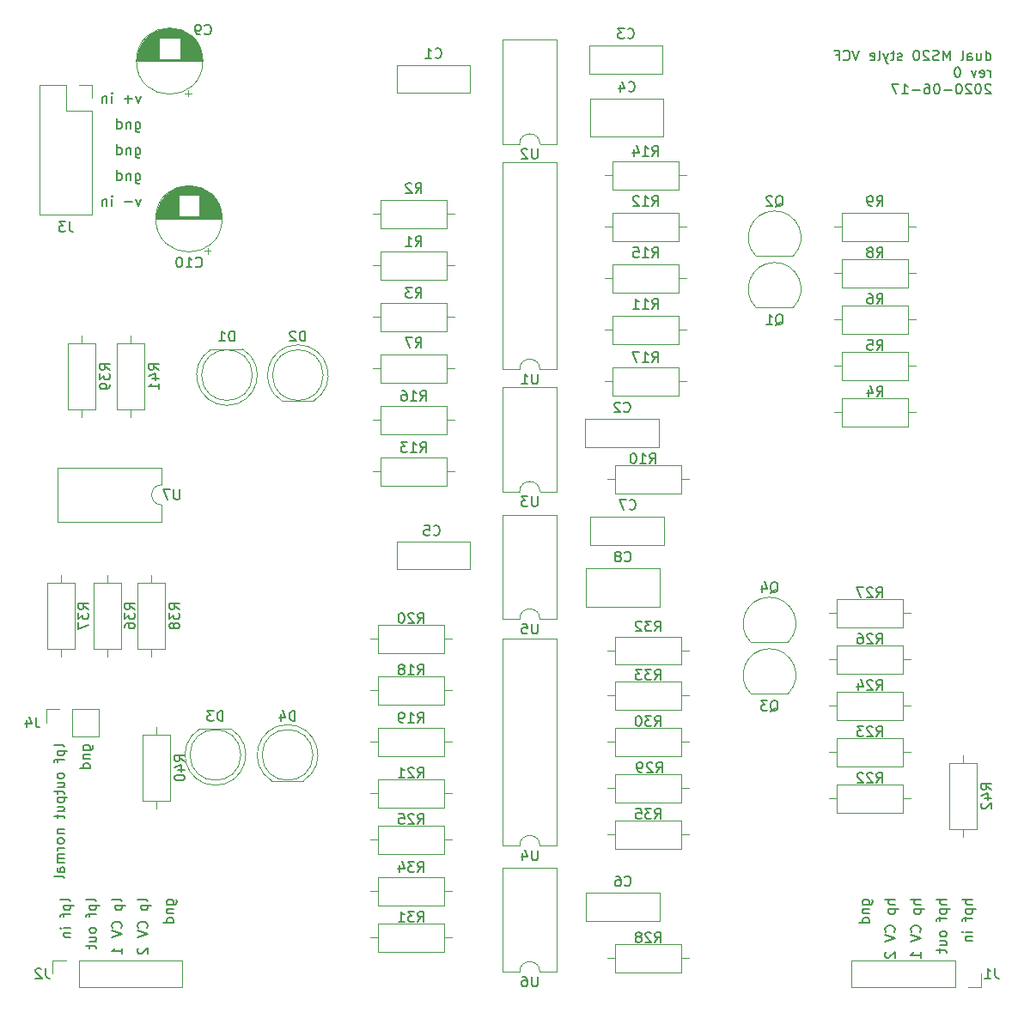
<source format=gbr>
%TF.GenerationSoftware,KiCad,Pcbnew,5.1.6-c6e7f7d~86~ubuntu18.04.1*%
%TF.CreationDate,2020-06-20T09:42:55-04:00*%
%TF.ProjectId,dual_MS20_VCF,6475616c-5f4d-4533-9230-5f5643462e6b,rev?*%
%TF.SameCoordinates,Original*%
%TF.FileFunction,Legend,Bot*%
%TF.FilePolarity,Positive*%
%FSLAX46Y46*%
G04 Gerber Fmt 4.6, Leading zero omitted, Abs format (unit mm)*
G04 Created by KiCad (PCBNEW 5.1.6-c6e7f7d~86~ubuntu18.04.1) date 2020-06-20 09:42:55*
%MOMM*%
%LPD*%
G01*
G04 APERTURE LIST*
%ADD10C,0.150000*%
%ADD11C,0.120000*%
G04 APERTURE END LIST*
D10*
X106497380Y-122398452D02*
X106449761Y-122303214D01*
X106354523Y-122255595D01*
X105497380Y-122255595D01*
X105830714Y-122779404D02*
X106830714Y-122779404D01*
X105878333Y-122779404D02*
X105830714Y-122874642D01*
X105830714Y-123065119D01*
X105878333Y-123160357D01*
X105925952Y-123207976D01*
X106021190Y-123255595D01*
X106306904Y-123255595D01*
X106402142Y-123207976D01*
X106449761Y-123160357D01*
X106497380Y-123065119D01*
X106497380Y-122874642D01*
X106449761Y-122779404D01*
X105830714Y-123541309D02*
X105830714Y-123922261D01*
X106497380Y-123684166D02*
X105640238Y-123684166D01*
X105545000Y-123731785D01*
X105497380Y-123827023D01*
X105497380Y-123922261D01*
X106497380Y-125160357D02*
X106449761Y-125065119D01*
X106402142Y-125017500D01*
X106306904Y-124969880D01*
X106021190Y-124969880D01*
X105925952Y-125017500D01*
X105878333Y-125065119D01*
X105830714Y-125160357D01*
X105830714Y-125303214D01*
X105878333Y-125398452D01*
X105925952Y-125446071D01*
X106021190Y-125493690D01*
X106306904Y-125493690D01*
X106402142Y-125446071D01*
X106449761Y-125398452D01*
X106497380Y-125303214D01*
X106497380Y-125160357D01*
X105830714Y-126350833D02*
X106497380Y-126350833D01*
X105830714Y-125922261D02*
X106354523Y-125922261D01*
X106449761Y-125969880D01*
X106497380Y-126065119D01*
X106497380Y-126207976D01*
X106449761Y-126303214D01*
X106402142Y-126350833D01*
X105830714Y-126684166D02*
X105830714Y-127065119D01*
X105497380Y-126827023D02*
X106354523Y-126827023D01*
X106449761Y-126874642D01*
X106497380Y-126969880D01*
X106497380Y-127065119D01*
X105830714Y-127398452D02*
X106830714Y-127398452D01*
X105878333Y-127398452D02*
X105830714Y-127493690D01*
X105830714Y-127684166D01*
X105878333Y-127779404D01*
X105925952Y-127827023D01*
X106021190Y-127874642D01*
X106306904Y-127874642D01*
X106402142Y-127827023D01*
X106449761Y-127779404D01*
X106497380Y-127684166D01*
X106497380Y-127493690D01*
X106449761Y-127398452D01*
X105830714Y-128731785D02*
X106497380Y-128731785D01*
X105830714Y-128303214D02*
X106354523Y-128303214D01*
X106449761Y-128350833D01*
X106497380Y-128446071D01*
X106497380Y-128588928D01*
X106449761Y-128684166D01*
X106402142Y-128731785D01*
X105830714Y-129065119D02*
X105830714Y-129446071D01*
X105497380Y-129207976D02*
X106354523Y-129207976D01*
X106449761Y-129255595D01*
X106497380Y-129350833D01*
X106497380Y-129446071D01*
X105830714Y-130541309D02*
X106497380Y-130541309D01*
X105925952Y-130541309D02*
X105878333Y-130588928D01*
X105830714Y-130684166D01*
X105830714Y-130827023D01*
X105878333Y-130922261D01*
X105973571Y-130969880D01*
X106497380Y-130969880D01*
X106497380Y-131588928D02*
X106449761Y-131493690D01*
X106402142Y-131446071D01*
X106306904Y-131398452D01*
X106021190Y-131398452D01*
X105925952Y-131446071D01*
X105878333Y-131493690D01*
X105830714Y-131588928D01*
X105830714Y-131731785D01*
X105878333Y-131827023D01*
X105925952Y-131874642D01*
X106021190Y-131922261D01*
X106306904Y-131922261D01*
X106402142Y-131874642D01*
X106449761Y-131827023D01*
X106497380Y-131731785D01*
X106497380Y-131588928D01*
X106497380Y-132350833D02*
X105830714Y-132350833D01*
X106021190Y-132350833D02*
X105925952Y-132398452D01*
X105878333Y-132446071D01*
X105830714Y-132541309D01*
X105830714Y-132636547D01*
X106497380Y-132969880D02*
X105830714Y-132969880D01*
X105925952Y-132969880D02*
X105878333Y-133017500D01*
X105830714Y-133112738D01*
X105830714Y-133255595D01*
X105878333Y-133350833D01*
X105973571Y-133398452D01*
X106497380Y-133398452D01*
X105973571Y-133398452D02*
X105878333Y-133446071D01*
X105830714Y-133541309D01*
X105830714Y-133684166D01*
X105878333Y-133779404D01*
X105973571Y-133827023D01*
X106497380Y-133827023D01*
X106497380Y-134731785D02*
X105973571Y-134731785D01*
X105878333Y-134684166D01*
X105830714Y-134588928D01*
X105830714Y-134398452D01*
X105878333Y-134303214D01*
X106449761Y-134731785D02*
X106497380Y-134636547D01*
X106497380Y-134398452D01*
X106449761Y-134303214D01*
X106354523Y-134255595D01*
X106259285Y-134255595D01*
X106164047Y-134303214D01*
X106116428Y-134398452D01*
X106116428Y-134636547D01*
X106068809Y-134731785D01*
X106497380Y-135350833D02*
X106449761Y-135255595D01*
X106354523Y-135207976D01*
X105497380Y-135207976D01*
X108370714Y-122684166D02*
X109180238Y-122684166D01*
X109275476Y-122636547D01*
X109323095Y-122588928D01*
X109370714Y-122493690D01*
X109370714Y-122350833D01*
X109323095Y-122255595D01*
X108989761Y-122684166D02*
X109037380Y-122588928D01*
X109037380Y-122398452D01*
X108989761Y-122303214D01*
X108942142Y-122255595D01*
X108846904Y-122207976D01*
X108561190Y-122207976D01*
X108465952Y-122255595D01*
X108418333Y-122303214D01*
X108370714Y-122398452D01*
X108370714Y-122588928D01*
X108418333Y-122684166D01*
X108370714Y-123160357D02*
X109037380Y-123160357D01*
X108465952Y-123160357D02*
X108418333Y-123207976D01*
X108370714Y-123303214D01*
X108370714Y-123446071D01*
X108418333Y-123541309D01*
X108513571Y-123588928D01*
X109037380Y-123588928D01*
X109037380Y-124493690D02*
X108037380Y-124493690D01*
X108989761Y-124493690D02*
X109037380Y-124398452D01*
X109037380Y-124207976D01*
X108989761Y-124112738D01*
X108942142Y-124065119D01*
X108846904Y-124017500D01*
X108561190Y-124017500D01*
X108465952Y-124065119D01*
X108418333Y-124112738D01*
X108370714Y-124207976D01*
X108370714Y-124398452D01*
X108418333Y-124493690D01*
X197355833Y-54682380D02*
X197355833Y-53682380D01*
X197355833Y-54634761D02*
X197451071Y-54682380D01*
X197641547Y-54682380D01*
X197736785Y-54634761D01*
X197784404Y-54587142D01*
X197832023Y-54491904D01*
X197832023Y-54206190D01*
X197784404Y-54110952D01*
X197736785Y-54063333D01*
X197641547Y-54015714D01*
X197451071Y-54015714D01*
X197355833Y-54063333D01*
X196451071Y-54015714D02*
X196451071Y-54682380D01*
X196879642Y-54015714D02*
X196879642Y-54539523D01*
X196832023Y-54634761D01*
X196736785Y-54682380D01*
X196593928Y-54682380D01*
X196498690Y-54634761D01*
X196451071Y-54587142D01*
X195546309Y-54682380D02*
X195546309Y-54158571D01*
X195593928Y-54063333D01*
X195689166Y-54015714D01*
X195879642Y-54015714D01*
X195974880Y-54063333D01*
X195546309Y-54634761D02*
X195641547Y-54682380D01*
X195879642Y-54682380D01*
X195974880Y-54634761D01*
X196022500Y-54539523D01*
X196022500Y-54444285D01*
X195974880Y-54349047D01*
X195879642Y-54301428D01*
X195641547Y-54301428D01*
X195546309Y-54253809D01*
X194927261Y-54682380D02*
X195022500Y-54634761D01*
X195070119Y-54539523D01*
X195070119Y-53682380D01*
X193784404Y-54682380D02*
X193784404Y-53682380D01*
X193451071Y-54396666D01*
X193117738Y-53682380D01*
X193117738Y-54682380D01*
X192689166Y-54634761D02*
X192546309Y-54682380D01*
X192308214Y-54682380D01*
X192212976Y-54634761D01*
X192165357Y-54587142D01*
X192117738Y-54491904D01*
X192117738Y-54396666D01*
X192165357Y-54301428D01*
X192212976Y-54253809D01*
X192308214Y-54206190D01*
X192498690Y-54158571D01*
X192593928Y-54110952D01*
X192641547Y-54063333D01*
X192689166Y-53968095D01*
X192689166Y-53872857D01*
X192641547Y-53777619D01*
X192593928Y-53730000D01*
X192498690Y-53682380D01*
X192260595Y-53682380D01*
X192117738Y-53730000D01*
X191736785Y-53777619D02*
X191689166Y-53730000D01*
X191593928Y-53682380D01*
X191355833Y-53682380D01*
X191260595Y-53730000D01*
X191212976Y-53777619D01*
X191165357Y-53872857D01*
X191165357Y-53968095D01*
X191212976Y-54110952D01*
X191784404Y-54682380D01*
X191165357Y-54682380D01*
X190546309Y-53682380D02*
X190451071Y-53682380D01*
X190355833Y-53730000D01*
X190308214Y-53777619D01*
X190260595Y-53872857D01*
X190212976Y-54063333D01*
X190212976Y-54301428D01*
X190260595Y-54491904D01*
X190308214Y-54587142D01*
X190355833Y-54634761D01*
X190451071Y-54682380D01*
X190546309Y-54682380D01*
X190641547Y-54634761D01*
X190689166Y-54587142D01*
X190736785Y-54491904D01*
X190784404Y-54301428D01*
X190784404Y-54063333D01*
X190736785Y-53872857D01*
X190689166Y-53777619D01*
X190641547Y-53730000D01*
X190546309Y-53682380D01*
X189070119Y-54634761D02*
X188974880Y-54682380D01*
X188784404Y-54682380D01*
X188689166Y-54634761D01*
X188641547Y-54539523D01*
X188641547Y-54491904D01*
X188689166Y-54396666D01*
X188784404Y-54349047D01*
X188927261Y-54349047D01*
X189022500Y-54301428D01*
X189070119Y-54206190D01*
X189070119Y-54158571D01*
X189022500Y-54063333D01*
X188927261Y-54015714D01*
X188784404Y-54015714D01*
X188689166Y-54063333D01*
X188355833Y-54015714D02*
X187974880Y-54015714D01*
X188212976Y-53682380D02*
X188212976Y-54539523D01*
X188165357Y-54634761D01*
X188070119Y-54682380D01*
X187974880Y-54682380D01*
X187736785Y-54015714D02*
X187498690Y-54682380D01*
X187260595Y-54015714D02*
X187498690Y-54682380D01*
X187593928Y-54920476D01*
X187641547Y-54968095D01*
X187736785Y-55015714D01*
X186736785Y-54682380D02*
X186832023Y-54634761D01*
X186879642Y-54539523D01*
X186879642Y-53682380D01*
X185974880Y-54634761D02*
X186070119Y-54682380D01*
X186260595Y-54682380D01*
X186355833Y-54634761D01*
X186403452Y-54539523D01*
X186403452Y-54158571D01*
X186355833Y-54063333D01*
X186260595Y-54015714D01*
X186070119Y-54015714D01*
X185974880Y-54063333D01*
X185927261Y-54158571D01*
X185927261Y-54253809D01*
X186403452Y-54349047D01*
X184879642Y-53682380D02*
X184546309Y-54682380D01*
X184212976Y-53682380D01*
X183308214Y-54587142D02*
X183355833Y-54634761D01*
X183498690Y-54682380D01*
X183593928Y-54682380D01*
X183736785Y-54634761D01*
X183832023Y-54539523D01*
X183879642Y-54444285D01*
X183927261Y-54253809D01*
X183927261Y-54110952D01*
X183879642Y-53920476D01*
X183832023Y-53825238D01*
X183736785Y-53730000D01*
X183593928Y-53682380D01*
X183498690Y-53682380D01*
X183355833Y-53730000D01*
X183308214Y-53777619D01*
X182546309Y-54158571D02*
X182879642Y-54158571D01*
X182879642Y-54682380D02*
X182879642Y-53682380D01*
X182403452Y-53682380D01*
X197784404Y-56332380D02*
X197784404Y-55665714D01*
X197784404Y-55856190D02*
X197736785Y-55760952D01*
X197689166Y-55713333D01*
X197593928Y-55665714D01*
X197498690Y-55665714D01*
X196784404Y-56284761D02*
X196879642Y-56332380D01*
X197070119Y-56332380D01*
X197165357Y-56284761D01*
X197212976Y-56189523D01*
X197212976Y-55808571D01*
X197165357Y-55713333D01*
X197070119Y-55665714D01*
X196879642Y-55665714D01*
X196784404Y-55713333D01*
X196736785Y-55808571D01*
X196736785Y-55903809D01*
X197212976Y-55999047D01*
X196403452Y-55665714D02*
X196165357Y-56332380D01*
X195927261Y-55665714D01*
X194593928Y-55332380D02*
X194498690Y-55332380D01*
X194403452Y-55380000D01*
X194355833Y-55427619D01*
X194308214Y-55522857D01*
X194260595Y-55713333D01*
X194260595Y-55951428D01*
X194308214Y-56141904D01*
X194355833Y-56237142D01*
X194403452Y-56284761D01*
X194498690Y-56332380D01*
X194593928Y-56332380D01*
X194689166Y-56284761D01*
X194736785Y-56237142D01*
X194784404Y-56141904D01*
X194832023Y-55951428D01*
X194832023Y-55713333D01*
X194784404Y-55522857D01*
X194736785Y-55427619D01*
X194689166Y-55380000D01*
X194593928Y-55332380D01*
X197832023Y-57077619D02*
X197784404Y-57030000D01*
X197689166Y-56982380D01*
X197451071Y-56982380D01*
X197355833Y-57030000D01*
X197308214Y-57077619D01*
X197260595Y-57172857D01*
X197260595Y-57268095D01*
X197308214Y-57410952D01*
X197879642Y-57982380D01*
X197260595Y-57982380D01*
X196641547Y-56982380D02*
X196546309Y-56982380D01*
X196451071Y-57030000D01*
X196403452Y-57077619D01*
X196355833Y-57172857D01*
X196308214Y-57363333D01*
X196308214Y-57601428D01*
X196355833Y-57791904D01*
X196403452Y-57887142D01*
X196451071Y-57934761D01*
X196546309Y-57982380D01*
X196641547Y-57982380D01*
X196736785Y-57934761D01*
X196784404Y-57887142D01*
X196832023Y-57791904D01*
X196879642Y-57601428D01*
X196879642Y-57363333D01*
X196832023Y-57172857D01*
X196784404Y-57077619D01*
X196736785Y-57030000D01*
X196641547Y-56982380D01*
X195927261Y-57077619D02*
X195879642Y-57030000D01*
X195784404Y-56982380D01*
X195546309Y-56982380D01*
X195451071Y-57030000D01*
X195403452Y-57077619D01*
X195355833Y-57172857D01*
X195355833Y-57268095D01*
X195403452Y-57410952D01*
X195974880Y-57982380D01*
X195355833Y-57982380D01*
X194736785Y-56982380D02*
X194641547Y-56982380D01*
X194546309Y-57030000D01*
X194498690Y-57077619D01*
X194451071Y-57172857D01*
X194403452Y-57363333D01*
X194403452Y-57601428D01*
X194451071Y-57791904D01*
X194498690Y-57887142D01*
X194546309Y-57934761D01*
X194641547Y-57982380D01*
X194736785Y-57982380D01*
X194832023Y-57934761D01*
X194879642Y-57887142D01*
X194927261Y-57791904D01*
X194974880Y-57601428D01*
X194974880Y-57363333D01*
X194927261Y-57172857D01*
X194879642Y-57077619D01*
X194832023Y-57030000D01*
X194736785Y-56982380D01*
X193974880Y-57601428D02*
X193212976Y-57601428D01*
X192546309Y-56982380D02*
X192451071Y-56982380D01*
X192355833Y-57030000D01*
X192308214Y-57077619D01*
X192260595Y-57172857D01*
X192212976Y-57363333D01*
X192212976Y-57601428D01*
X192260595Y-57791904D01*
X192308214Y-57887142D01*
X192355833Y-57934761D01*
X192451071Y-57982380D01*
X192546309Y-57982380D01*
X192641547Y-57934761D01*
X192689166Y-57887142D01*
X192736785Y-57791904D01*
X192784404Y-57601428D01*
X192784404Y-57363333D01*
X192736785Y-57172857D01*
X192689166Y-57077619D01*
X192641547Y-57030000D01*
X192546309Y-56982380D01*
X191355833Y-56982380D02*
X191546309Y-56982380D01*
X191641547Y-57030000D01*
X191689166Y-57077619D01*
X191784404Y-57220476D01*
X191832023Y-57410952D01*
X191832023Y-57791904D01*
X191784404Y-57887142D01*
X191736785Y-57934761D01*
X191641547Y-57982380D01*
X191451071Y-57982380D01*
X191355833Y-57934761D01*
X191308214Y-57887142D01*
X191260595Y-57791904D01*
X191260595Y-57553809D01*
X191308214Y-57458571D01*
X191355833Y-57410952D01*
X191451071Y-57363333D01*
X191641547Y-57363333D01*
X191736785Y-57410952D01*
X191784404Y-57458571D01*
X191832023Y-57553809D01*
X190832023Y-57601428D02*
X190070119Y-57601428D01*
X189070119Y-57982380D02*
X189641547Y-57982380D01*
X189355833Y-57982380D02*
X189355833Y-56982380D01*
X189451071Y-57125238D01*
X189546309Y-57220476D01*
X189641547Y-57268095D01*
X188736785Y-56982380D02*
X188070119Y-56982380D01*
X188498690Y-57982380D01*
X114059642Y-68365714D02*
X113821547Y-69032380D01*
X113583452Y-68365714D01*
X113202500Y-68651428D02*
X112440595Y-68651428D01*
X111202500Y-69032380D02*
X111202500Y-68365714D01*
X111202500Y-68032380D02*
X111250119Y-68080000D01*
X111202500Y-68127619D01*
X111154880Y-68080000D01*
X111202500Y-68032380D01*
X111202500Y-68127619D01*
X110726309Y-68365714D02*
X110726309Y-69032380D01*
X110726309Y-68460952D02*
X110678690Y-68413333D01*
X110583452Y-68365714D01*
X110440595Y-68365714D01*
X110345357Y-68413333D01*
X110297738Y-68508571D01*
X110297738Y-69032380D01*
X113535833Y-65825714D02*
X113535833Y-66635238D01*
X113583452Y-66730476D01*
X113631071Y-66778095D01*
X113726309Y-66825714D01*
X113869166Y-66825714D01*
X113964404Y-66778095D01*
X113535833Y-66444761D02*
X113631071Y-66492380D01*
X113821547Y-66492380D01*
X113916785Y-66444761D01*
X113964404Y-66397142D01*
X114012023Y-66301904D01*
X114012023Y-66016190D01*
X113964404Y-65920952D01*
X113916785Y-65873333D01*
X113821547Y-65825714D01*
X113631071Y-65825714D01*
X113535833Y-65873333D01*
X113059642Y-65825714D02*
X113059642Y-66492380D01*
X113059642Y-65920952D02*
X113012023Y-65873333D01*
X112916785Y-65825714D01*
X112773928Y-65825714D01*
X112678690Y-65873333D01*
X112631071Y-65968571D01*
X112631071Y-66492380D01*
X111726309Y-66492380D02*
X111726309Y-65492380D01*
X111726309Y-66444761D02*
X111821547Y-66492380D01*
X112012023Y-66492380D01*
X112107261Y-66444761D01*
X112154880Y-66397142D01*
X112202500Y-66301904D01*
X112202500Y-66016190D01*
X112154880Y-65920952D01*
X112107261Y-65873333D01*
X112012023Y-65825714D01*
X111821547Y-65825714D01*
X111726309Y-65873333D01*
X113535833Y-63285714D02*
X113535833Y-64095238D01*
X113583452Y-64190476D01*
X113631071Y-64238095D01*
X113726309Y-64285714D01*
X113869166Y-64285714D01*
X113964404Y-64238095D01*
X113535833Y-63904761D02*
X113631071Y-63952380D01*
X113821547Y-63952380D01*
X113916785Y-63904761D01*
X113964404Y-63857142D01*
X114012023Y-63761904D01*
X114012023Y-63476190D01*
X113964404Y-63380952D01*
X113916785Y-63333333D01*
X113821547Y-63285714D01*
X113631071Y-63285714D01*
X113535833Y-63333333D01*
X113059642Y-63285714D02*
X113059642Y-63952380D01*
X113059642Y-63380952D02*
X113012023Y-63333333D01*
X112916785Y-63285714D01*
X112773928Y-63285714D01*
X112678690Y-63333333D01*
X112631071Y-63428571D01*
X112631071Y-63952380D01*
X111726309Y-63952380D02*
X111726309Y-62952380D01*
X111726309Y-63904761D02*
X111821547Y-63952380D01*
X112012023Y-63952380D01*
X112107261Y-63904761D01*
X112154880Y-63857142D01*
X112202500Y-63761904D01*
X112202500Y-63476190D01*
X112154880Y-63380952D01*
X112107261Y-63333333D01*
X112012023Y-63285714D01*
X111821547Y-63285714D01*
X111726309Y-63333333D01*
X113535833Y-60745714D02*
X113535833Y-61555238D01*
X113583452Y-61650476D01*
X113631071Y-61698095D01*
X113726309Y-61745714D01*
X113869166Y-61745714D01*
X113964404Y-61698095D01*
X113535833Y-61364761D02*
X113631071Y-61412380D01*
X113821547Y-61412380D01*
X113916785Y-61364761D01*
X113964404Y-61317142D01*
X114012023Y-61221904D01*
X114012023Y-60936190D01*
X113964404Y-60840952D01*
X113916785Y-60793333D01*
X113821547Y-60745714D01*
X113631071Y-60745714D01*
X113535833Y-60793333D01*
X113059642Y-60745714D02*
X113059642Y-61412380D01*
X113059642Y-60840952D02*
X113012023Y-60793333D01*
X112916785Y-60745714D01*
X112773928Y-60745714D01*
X112678690Y-60793333D01*
X112631071Y-60888571D01*
X112631071Y-61412380D01*
X111726309Y-61412380D02*
X111726309Y-60412380D01*
X111726309Y-61364761D02*
X111821547Y-61412380D01*
X112012023Y-61412380D01*
X112107261Y-61364761D01*
X112154880Y-61317142D01*
X112202500Y-61221904D01*
X112202500Y-60936190D01*
X112154880Y-60840952D01*
X112107261Y-60793333D01*
X112012023Y-60745714D01*
X111821547Y-60745714D01*
X111726309Y-60793333D01*
X114059642Y-58205714D02*
X113821547Y-58872380D01*
X113583452Y-58205714D01*
X113202500Y-58491428D02*
X112440595Y-58491428D01*
X112821547Y-58872380D02*
X112821547Y-58110476D01*
X111202500Y-58872380D02*
X111202500Y-58205714D01*
X111202500Y-57872380D02*
X111250119Y-57920000D01*
X111202500Y-57967619D01*
X111154880Y-57920000D01*
X111202500Y-57872380D01*
X111202500Y-57967619D01*
X110726309Y-58205714D02*
X110726309Y-58872380D01*
X110726309Y-58300952D02*
X110678690Y-58253333D01*
X110583452Y-58205714D01*
X110440595Y-58205714D01*
X110345357Y-58253333D01*
X110297738Y-58348571D01*
X110297738Y-58872380D01*
X193492380Y-137495595D02*
X192492380Y-137495595D01*
X193492380Y-137924166D02*
X192968571Y-137924166D01*
X192873333Y-137876547D01*
X192825714Y-137781309D01*
X192825714Y-137638452D01*
X192873333Y-137543214D01*
X192920952Y-137495595D01*
X192825714Y-138400357D02*
X193825714Y-138400357D01*
X192873333Y-138400357D02*
X192825714Y-138495595D01*
X192825714Y-138686071D01*
X192873333Y-138781309D01*
X192920952Y-138828928D01*
X193016190Y-138876547D01*
X193301904Y-138876547D01*
X193397142Y-138828928D01*
X193444761Y-138781309D01*
X193492380Y-138686071D01*
X193492380Y-138495595D01*
X193444761Y-138400357D01*
X192825714Y-139162261D02*
X192825714Y-139543214D01*
X193492380Y-139305119D02*
X192635238Y-139305119D01*
X192540000Y-139352738D01*
X192492380Y-139447976D01*
X192492380Y-139543214D01*
X193492380Y-140781309D02*
X193444761Y-140686071D01*
X193397142Y-140638452D01*
X193301904Y-140590833D01*
X193016190Y-140590833D01*
X192920952Y-140638452D01*
X192873333Y-140686071D01*
X192825714Y-140781309D01*
X192825714Y-140924166D01*
X192873333Y-141019404D01*
X192920952Y-141067023D01*
X193016190Y-141114642D01*
X193301904Y-141114642D01*
X193397142Y-141067023D01*
X193444761Y-141019404D01*
X193492380Y-140924166D01*
X193492380Y-140781309D01*
X192825714Y-141971785D02*
X193492380Y-141971785D01*
X192825714Y-141543214D02*
X193349523Y-141543214D01*
X193444761Y-141590833D01*
X193492380Y-141686071D01*
X193492380Y-141828928D01*
X193444761Y-141924166D01*
X193397142Y-141971785D01*
X192825714Y-142305119D02*
X192825714Y-142686071D01*
X192492380Y-142447976D02*
X193349523Y-142447976D01*
X193444761Y-142495595D01*
X193492380Y-142590833D01*
X193492380Y-142686071D01*
X196032380Y-137495595D02*
X195032380Y-137495595D01*
X196032380Y-137924166D02*
X195508571Y-137924166D01*
X195413333Y-137876547D01*
X195365714Y-137781309D01*
X195365714Y-137638452D01*
X195413333Y-137543214D01*
X195460952Y-137495595D01*
X195365714Y-138400357D02*
X196365714Y-138400357D01*
X195413333Y-138400357D02*
X195365714Y-138495595D01*
X195365714Y-138686071D01*
X195413333Y-138781309D01*
X195460952Y-138828928D01*
X195556190Y-138876547D01*
X195841904Y-138876547D01*
X195937142Y-138828928D01*
X195984761Y-138781309D01*
X196032380Y-138686071D01*
X196032380Y-138495595D01*
X195984761Y-138400357D01*
X195365714Y-139162261D02*
X195365714Y-139543214D01*
X196032380Y-139305119D02*
X195175238Y-139305119D01*
X195080000Y-139352738D01*
X195032380Y-139447976D01*
X195032380Y-139543214D01*
X196032380Y-140638452D02*
X195365714Y-140638452D01*
X195032380Y-140638452D02*
X195080000Y-140590833D01*
X195127619Y-140638452D01*
X195080000Y-140686071D01*
X195032380Y-140638452D01*
X195127619Y-140638452D01*
X195365714Y-141114642D02*
X196032380Y-141114642D01*
X195460952Y-141114642D02*
X195413333Y-141162261D01*
X195365714Y-141257500D01*
X195365714Y-141400357D01*
X195413333Y-141495595D01*
X195508571Y-141543214D01*
X196032380Y-141543214D01*
X185205714Y-137924166D02*
X186015238Y-137924166D01*
X186110476Y-137876547D01*
X186158095Y-137828928D01*
X186205714Y-137733690D01*
X186205714Y-137590833D01*
X186158095Y-137495595D01*
X185824761Y-137924166D02*
X185872380Y-137828928D01*
X185872380Y-137638452D01*
X185824761Y-137543214D01*
X185777142Y-137495595D01*
X185681904Y-137447976D01*
X185396190Y-137447976D01*
X185300952Y-137495595D01*
X185253333Y-137543214D01*
X185205714Y-137638452D01*
X185205714Y-137828928D01*
X185253333Y-137924166D01*
X185205714Y-138400357D02*
X185872380Y-138400357D01*
X185300952Y-138400357D02*
X185253333Y-138447976D01*
X185205714Y-138543214D01*
X185205714Y-138686071D01*
X185253333Y-138781309D01*
X185348571Y-138828928D01*
X185872380Y-138828928D01*
X185872380Y-139733690D02*
X184872380Y-139733690D01*
X185824761Y-139733690D02*
X185872380Y-139638452D01*
X185872380Y-139447976D01*
X185824761Y-139352738D01*
X185777142Y-139305119D01*
X185681904Y-139257500D01*
X185396190Y-139257500D01*
X185300952Y-139305119D01*
X185253333Y-139352738D01*
X185205714Y-139447976D01*
X185205714Y-139638452D01*
X185253333Y-139733690D01*
X188412380Y-137495595D02*
X187412380Y-137495595D01*
X188412380Y-137924166D02*
X187888571Y-137924166D01*
X187793333Y-137876547D01*
X187745714Y-137781309D01*
X187745714Y-137638452D01*
X187793333Y-137543214D01*
X187840952Y-137495595D01*
X187745714Y-138400357D02*
X188745714Y-138400357D01*
X187793333Y-138400357D02*
X187745714Y-138495595D01*
X187745714Y-138686071D01*
X187793333Y-138781309D01*
X187840952Y-138828928D01*
X187936190Y-138876547D01*
X188221904Y-138876547D01*
X188317142Y-138828928D01*
X188364761Y-138781309D01*
X188412380Y-138686071D01*
X188412380Y-138495595D01*
X188364761Y-138400357D01*
X188317142Y-140638452D02*
X188364761Y-140590833D01*
X188412380Y-140447976D01*
X188412380Y-140352738D01*
X188364761Y-140209880D01*
X188269523Y-140114642D01*
X188174285Y-140067023D01*
X187983809Y-140019404D01*
X187840952Y-140019404D01*
X187650476Y-140067023D01*
X187555238Y-140114642D01*
X187460000Y-140209880D01*
X187412380Y-140352738D01*
X187412380Y-140447976D01*
X187460000Y-140590833D01*
X187507619Y-140638452D01*
X187412380Y-140924166D02*
X188412380Y-141257500D01*
X187412380Y-141590833D01*
X187507619Y-142638452D02*
X187460000Y-142686071D01*
X187412380Y-142781309D01*
X187412380Y-143019404D01*
X187460000Y-143114642D01*
X187507619Y-143162261D01*
X187602857Y-143209880D01*
X187698095Y-143209880D01*
X187840952Y-143162261D01*
X188412380Y-142590833D01*
X188412380Y-143209880D01*
X190952380Y-137495595D02*
X189952380Y-137495595D01*
X190952380Y-137924166D02*
X190428571Y-137924166D01*
X190333333Y-137876547D01*
X190285714Y-137781309D01*
X190285714Y-137638452D01*
X190333333Y-137543214D01*
X190380952Y-137495595D01*
X190285714Y-138400357D02*
X191285714Y-138400357D01*
X190333333Y-138400357D02*
X190285714Y-138495595D01*
X190285714Y-138686071D01*
X190333333Y-138781309D01*
X190380952Y-138828928D01*
X190476190Y-138876547D01*
X190761904Y-138876547D01*
X190857142Y-138828928D01*
X190904761Y-138781309D01*
X190952380Y-138686071D01*
X190952380Y-138495595D01*
X190904761Y-138400357D01*
X190857142Y-140638452D02*
X190904761Y-140590833D01*
X190952380Y-140447976D01*
X190952380Y-140352738D01*
X190904761Y-140209880D01*
X190809523Y-140114642D01*
X190714285Y-140067023D01*
X190523809Y-140019404D01*
X190380952Y-140019404D01*
X190190476Y-140067023D01*
X190095238Y-140114642D01*
X190000000Y-140209880D01*
X189952380Y-140352738D01*
X189952380Y-140447976D01*
X190000000Y-140590833D01*
X190047619Y-140638452D01*
X189952380Y-140924166D02*
X190952380Y-141257500D01*
X189952380Y-141590833D01*
X190952380Y-143209880D02*
X190952380Y-142638452D01*
X190952380Y-142924166D02*
X189952380Y-142924166D01*
X190095238Y-142828928D01*
X190190476Y-142733690D01*
X190238095Y-142638452D01*
X114752380Y-137638452D02*
X114704761Y-137543214D01*
X114609523Y-137495595D01*
X113752380Y-137495595D01*
X114085714Y-138019404D02*
X115085714Y-138019404D01*
X114133333Y-138019404D02*
X114085714Y-138114642D01*
X114085714Y-138305119D01*
X114133333Y-138400357D01*
X114180952Y-138447976D01*
X114276190Y-138495595D01*
X114561904Y-138495595D01*
X114657142Y-138447976D01*
X114704761Y-138400357D01*
X114752380Y-138305119D01*
X114752380Y-138114642D01*
X114704761Y-138019404D01*
X114657142Y-140257500D02*
X114704761Y-140209880D01*
X114752380Y-140067023D01*
X114752380Y-139971785D01*
X114704761Y-139828928D01*
X114609523Y-139733690D01*
X114514285Y-139686071D01*
X114323809Y-139638452D01*
X114180952Y-139638452D01*
X113990476Y-139686071D01*
X113895238Y-139733690D01*
X113800000Y-139828928D01*
X113752380Y-139971785D01*
X113752380Y-140067023D01*
X113800000Y-140209880D01*
X113847619Y-140257500D01*
X113752380Y-140543214D02*
X114752380Y-140876547D01*
X113752380Y-141209880D01*
X113847619Y-142257500D02*
X113800000Y-142305119D01*
X113752380Y-142400357D01*
X113752380Y-142638452D01*
X113800000Y-142733690D01*
X113847619Y-142781309D01*
X113942857Y-142828928D01*
X114038095Y-142828928D01*
X114180952Y-142781309D01*
X114752380Y-142209880D01*
X114752380Y-142828928D01*
X112212380Y-137638452D02*
X112164761Y-137543214D01*
X112069523Y-137495595D01*
X111212380Y-137495595D01*
X111545714Y-138019404D02*
X112545714Y-138019404D01*
X111593333Y-138019404D02*
X111545714Y-138114642D01*
X111545714Y-138305119D01*
X111593333Y-138400357D01*
X111640952Y-138447976D01*
X111736190Y-138495595D01*
X112021904Y-138495595D01*
X112117142Y-138447976D01*
X112164761Y-138400357D01*
X112212380Y-138305119D01*
X112212380Y-138114642D01*
X112164761Y-138019404D01*
X112117142Y-140257500D02*
X112164761Y-140209880D01*
X112212380Y-140067023D01*
X112212380Y-139971785D01*
X112164761Y-139828928D01*
X112069523Y-139733690D01*
X111974285Y-139686071D01*
X111783809Y-139638452D01*
X111640952Y-139638452D01*
X111450476Y-139686071D01*
X111355238Y-139733690D01*
X111260000Y-139828928D01*
X111212380Y-139971785D01*
X111212380Y-140067023D01*
X111260000Y-140209880D01*
X111307619Y-140257500D01*
X111212380Y-140543214D02*
X112212380Y-140876547D01*
X111212380Y-141209880D01*
X112212380Y-142828928D02*
X112212380Y-142257500D01*
X112212380Y-142543214D02*
X111212380Y-142543214D01*
X111355238Y-142447976D01*
X111450476Y-142352738D01*
X111498095Y-142257500D01*
X109672380Y-137638452D02*
X109624761Y-137543214D01*
X109529523Y-137495595D01*
X108672380Y-137495595D01*
X109005714Y-138019404D02*
X110005714Y-138019404D01*
X109053333Y-138019404D02*
X109005714Y-138114642D01*
X109005714Y-138305119D01*
X109053333Y-138400357D01*
X109100952Y-138447976D01*
X109196190Y-138495595D01*
X109481904Y-138495595D01*
X109577142Y-138447976D01*
X109624761Y-138400357D01*
X109672380Y-138305119D01*
X109672380Y-138114642D01*
X109624761Y-138019404D01*
X109005714Y-138781309D02*
X109005714Y-139162261D01*
X109672380Y-138924166D02*
X108815238Y-138924166D01*
X108720000Y-138971785D01*
X108672380Y-139067023D01*
X108672380Y-139162261D01*
X109672380Y-140400357D02*
X109624761Y-140305119D01*
X109577142Y-140257500D01*
X109481904Y-140209880D01*
X109196190Y-140209880D01*
X109100952Y-140257500D01*
X109053333Y-140305119D01*
X109005714Y-140400357D01*
X109005714Y-140543214D01*
X109053333Y-140638452D01*
X109100952Y-140686071D01*
X109196190Y-140733690D01*
X109481904Y-140733690D01*
X109577142Y-140686071D01*
X109624761Y-140638452D01*
X109672380Y-140543214D01*
X109672380Y-140400357D01*
X109005714Y-141590833D02*
X109672380Y-141590833D01*
X109005714Y-141162261D02*
X109529523Y-141162261D01*
X109624761Y-141209880D01*
X109672380Y-141305119D01*
X109672380Y-141447976D01*
X109624761Y-141543214D01*
X109577142Y-141590833D01*
X109005714Y-141924166D02*
X109005714Y-142305119D01*
X108672380Y-142067023D02*
X109529523Y-142067023D01*
X109624761Y-142114642D01*
X109672380Y-142209880D01*
X109672380Y-142305119D01*
X107132380Y-137638452D02*
X107084761Y-137543214D01*
X106989523Y-137495595D01*
X106132380Y-137495595D01*
X106465714Y-138019404D02*
X107465714Y-138019404D01*
X106513333Y-138019404D02*
X106465714Y-138114642D01*
X106465714Y-138305119D01*
X106513333Y-138400357D01*
X106560952Y-138447976D01*
X106656190Y-138495595D01*
X106941904Y-138495595D01*
X107037142Y-138447976D01*
X107084761Y-138400357D01*
X107132380Y-138305119D01*
X107132380Y-138114642D01*
X107084761Y-138019404D01*
X106465714Y-138781309D02*
X106465714Y-139162261D01*
X107132380Y-138924166D02*
X106275238Y-138924166D01*
X106180000Y-138971785D01*
X106132380Y-139067023D01*
X106132380Y-139162261D01*
X107132380Y-140257500D02*
X106465714Y-140257500D01*
X106132380Y-140257500D02*
X106180000Y-140209880D01*
X106227619Y-140257500D01*
X106180000Y-140305119D01*
X106132380Y-140257500D01*
X106227619Y-140257500D01*
X106465714Y-140733690D02*
X107132380Y-140733690D01*
X106560952Y-140733690D02*
X106513333Y-140781309D01*
X106465714Y-140876547D01*
X106465714Y-141019404D01*
X106513333Y-141114642D01*
X106608571Y-141162261D01*
X107132380Y-141162261D01*
X116625714Y-137924166D02*
X117435238Y-137924166D01*
X117530476Y-137876547D01*
X117578095Y-137828928D01*
X117625714Y-137733690D01*
X117625714Y-137590833D01*
X117578095Y-137495595D01*
X117244761Y-137924166D02*
X117292380Y-137828928D01*
X117292380Y-137638452D01*
X117244761Y-137543214D01*
X117197142Y-137495595D01*
X117101904Y-137447976D01*
X116816190Y-137447976D01*
X116720952Y-137495595D01*
X116673333Y-137543214D01*
X116625714Y-137638452D01*
X116625714Y-137828928D01*
X116673333Y-137924166D01*
X116625714Y-138400357D02*
X117292380Y-138400357D01*
X116720952Y-138400357D02*
X116673333Y-138447976D01*
X116625714Y-138543214D01*
X116625714Y-138686071D01*
X116673333Y-138781309D01*
X116768571Y-138828928D01*
X117292380Y-138828928D01*
X117292380Y-139733690D02*
X116292380Y-139733690D01*
X117244761Y-139733690D02*
X117292380Y-139638452D01*
X117292380Y-139447976D01*
X117244761Y-139352738D01*
X117197142Y-139305119D01*
X117101904Y-139257500D01*
X116816190Y-139257500D01*
X116720952Y-139305119D01*
X116673333Y-139352738D01*
X116625714Y-139447976D01*
X116625714Y-139638452D01*
X116673333Y-139733690D01*
D11*
%TO.C,J4*%
X104715000Y-118685000D02*
X104715000Y-120015000D01*
X106045000Y-118685000D02*
X104715000Y-118685000D01*
X107315000Y-118685000D02*
X107315000Y-121345000D01*
X107315000Y-121345000D02*
X109915000Y-121345000D01*
X107315000Y-118685000D02*
X109915000Y-118685000D01*
X109915000Y-118685000D02*
X109915000Y-121345000D01*
%TO.C,J3*%
X109280000Y-57090000D02*
X107950000Y-57090000D01*
X109280000Y-58420000D02*
X109280000Y-57090000D01*
X106680000Y-57090000D02*
X104080000Y-57090000D01*
X106680000Y-59690000D02*
X106680000Y-57090000D01*
X109280000Y-59690000D02*
X106680000Y-59690000D01*
X104080000Y-57090000D02*
X104080000Y-69910000D01*
X109280000Y-59690000D02*
X109280000Y-69910000D01*
X109280000Y-69910000D02*
X104080000Y-69910000D01*
%TO.C,U7*%
X116138000Y-94886000D02*
X116138000Y-96536000D01*
X105858000Y-94886000D02*
X116138000Y-94886000D01*
X105858000Y-100186000D02*
X105858000Y-94886000D01*
X116138000Y-100186000D02*
X105858000Y-100186000D01*
X116138000Y-98536000D02*
X116138000Y-100186000D01*
X116138000Y-96536000D02*
G75*
G03*
X116138000Y-98536000I0J-1000000D01*
G01*
%TO.C,U6*%
X155050000Y-144586000D02*
X153400000Y-144586000D01*
X155050000Y-134306000D02*
X155050000Y-144586000D01*
X149750000Y-134306000D02*
X155050000Y-134306000D01*
X149750000Y-144586000D02*
X149750000Y-134306000D01*
X151400000Y-144586000D02*
X149750000Y-144586000D01*
X153400000Y-144586000D02*
G75*
G03*
X151400000Y-144586000I-1000000J0D01*
G01*
%TO.C,U5*%
X155050000Y-109788000D02*
X153400000Y-109788000D01*
X155050000Y-99508000D02*
X155050000Y-109788000D01*
X149750000Y-99508000D02*
X155050000Y-99508000D01*
X149750000Y-109788000D02*
X149750000Y-99508000D01*
X151400000Y-109788000D02*
X149750000Y-109788000D01*
X153400000Y-109788000D02*
G75*
G03*
X151400000Y-109788000I-1000000J0D01*
G01*
%TO.C,U4*%
X155050000Y-132140000D02*
X153400000Y-132140000D01*
X155050000Y-111700000D02*
X155050000Y-132140000D01*
X149750000Y-111700000D02*
X155050000Y-111700000D01*
X149750000Y-132140000D02*
X149750000Y-111700000D01*
X151400000Y-132140000D02*
X149750000Y-132140000D01*
X153400000Y-132140000D02*
G75*
G03*
X151400000Y-132140000I-1000000J0D01*
G01*
%TO.C,U3*%
X155050000Y-97215000D02*
X153400000Y-97215000D01*
X155050000Y-86935000D02*
X155050000Y-97215000D01*
X149750000Y-86935000D02*
X155050000Y-86935000D01*
X149750000Y-97215000D02*
X149750000Y-86935000D01*
X151400000Y-97215000D02*
X149750000Y-97215000D01*
X153400000Y-97215000D02*
G75*
G03*
X151400000Y-97215000I-1000000J0D01*
G01*
%TO.C,U2*%
X155050000Y-62925000D02*
X153400000Y-62925000D01*
X155050000Y-52645000D02*
X155050000Y-62925000D01*
X149750000Y-52645000D02*
X155050000Y-52645000D01*
X149750000Y-62925000D02*
X149750000Y-52645000D01*
X151400000Y-62925000D02*
X149750000Y-62925000D01*
X153400000Y-62925000D02*
G75*
G03*
X151400000Y-62925000I-1000000J0D01*
G01*
%TO.C,U1*%
X155050000Y-85150000D02*
X153400000Y-85150000D01*
X155050000Y-64710000D02*
X155050000Y-85150000D01*
X149750000Y-64710000D02*
X155050000Y-64710000D01*
X149750000Y-85150000D02*
X149750000Y-64710000D01*
X151400000Y-85150000D02*
X149750000Y-85150000D01*
X153400000Y-85150000D02*
G75*
G03*
X151400000Y-85150000I-1000000J0D01*
G01*
%TO.C,R42*%
X195072000Y-123214000D02*
X195072000Y-123984000D01*
X195072000Y-131294000D02*
X195072000Y-130524000D01*
X196442000Y-123984000D02*
X196442000Y-130524000D01*
X193702000Y-123984000D02*
X196442000Y-123984000D01*
X193702000Y-130524000D02*
X193702000Y-123984000D01*
X196442000Y-130524000D02*
X193702000Y-130524000D01*
%TO.C,R41*%
X113030000Y-81812000D02*
X113030000Y-82582000D01*
X113030000Y-89892000D02*
X113030000Y-89122000D01*
X114400000Y-82582000D02*
X114400000Y-89122000D01*
X111660000Y-82582000D02*
X114400000Y-82582000D01*
X111660000Y-89122000D02*
X111660000Y-82582000D01*
X114400000Y-89122000D02*
X111660000Y-89122000D01*
%TO.C,R40*%
X115570000Y-120420000D02*
X115570000Y-121190000D01*
X115570000Y-128500000D02*
X115570000Y-127730000D01*
X116940000Y-121190000D02*
X116940000Y-127730000D01*
X114200000Y-121190000D02*
X116940000Y-121190000D01*
X114200000Y-127730000D02*
X114200000Y-121190000D01*
X116940000Y-127730000D02*
X114200000Y-127730000D01*
%TO.C,R39*%
X108204000Y-81812000D02*
X108204000Y-82582000D01*
X108204000Y-89892000D02*
X108204000Y-89122000D01*
X109574000Y-82582000D02*
X109574000Y-89122000D01*
X106834000Y-82582000D02*
X109574000Y-82582000D01*
X106834000Y-89122000D02*
X106834000Y-82582000D01*
X109574000Y-89122000D02*
X106834000Y-89122000D01*
%TO.C,R38*%
X115062000Y-105434000D02*
X115062000Y-106204000D01*
X115062000Y-113514000D02*
X115062000Y-112744000D01*
X116432000Y-106204000D02*
X116432000Y-112744000D01*
X113692000Y-106204000D02*
X116432000Y-106204000D01*
X113692000Y-112744000D02*
X113692000Y-106204000D01*
X116432000Y-112744000D02*
X113692000Y-112744000D01*
%TO.C,R37*%
X106172000Y-113514000D02*
X106172000Y-112744000D01*
X106172000Y-105434000D02*
X106172000Y-106204000D01*
X104802000Y-112744000D02*
X104802000Y-106204000D01*
X107542000Y-112744000D02*
X104802000Y-112744000D01*
X107542000Y-106204000D02*
X107542000Y-112744000D01*
X104802000Y-106204000D02*
X107542000Y-106204000D01*
%TO.C,R36*%
X110744000Y-113514000D02*
X110744000Y-112744000D01*
X110744000Y-105434000D02*
X110744000Y-106204000D01*
X109374000Y-112744000D02*
X109374000Y-106204000D01*
X112114000Y-112744000D02*
X109374000Y-112744000D01*
X112114000Y-106204000D02*
X112114000Y-112744000D01*
X109374000Y-106204000D02*
X112114000Y-106204000D01*
%TO.C,R35*%
X168124000Y-131064000D02*
X167354000Y-131064000D01*
X160044000Y-131064000D02*
X160814000Y-131064000D01*
X167354000Y-132434000D02*
X160814000Y-132434000D01*
X167354000Y-129694000D02*
X167354000Y-132434000D01*
X160814000Y-129694000D02*
X167354000Y-129694000D01*
X160814000Y-132434000D02*
X160814000Y-129694000D01*
%TO.C,R34*%
X136676000Y-136652000D02*
X137446000Y-136652000D01*
X144756000Y-136652000D02*
X143986000Y-136652000D01*
X137446000Y-135282000D02*
X143986000Y-135282000D01*
X137446000Y-138022000D02*
X137446000Y-135282000D01*
X143986000Y-138022000D02*
X137446000Y-138022000D01*
X143986000Y-135282000D02*
X143986000Y-138022000D01*
%TO.C,R33*%
X168124000Y-117348000D02*
X167354000Y-117348000D01*
X160044000Y-117348000D02*
X160814000Y-117348000D01*
X167354000Y-118718000D02*
X160814000Y-118718000D01*
X167354000Y-115978000D02*
X167354000Y-118718000D01*
X160814000Y-115978000D02*
X167354000Y-115978000D01*
X160814000Y-118718000D02*
X160814000Y-115978000D01*
%TO.C,R32*%
X160044000Y-112903000D02*
X160814000Y-112903000D01*
X168124000Y-112903000D02*
X167354000Y-112903000D01*
X160814000Y-111533000D02*
X167354000Y-111533000D01*
X160814000Y-114273000D02*
X160814000Y-111533000D01*
X167354000Y-114273000D02*
X160814000Y-114273000D01*
X167354000Y-111533000D02*
X167354000Y-114273000D01*
%TO.C,R31*%
X136676000Y-141224000D02*
X137446000Y-141224000D01*
X144756000Y-141224000D02*
X143986000Y-141224000D01*
X137446000Y-139854000D02*
X143986000Y-139854000D01*
X137446000Y-142594000D02*
X137446000Y-139854000D01*
X143986000Y-142594000D02*
X137446000Y-142594000D01*
X143986000Y-139854000D02*
X143986000Y-142594000D01*
%TO.C,R30*%
X168124000Y-121920000D02*
X167354000Y-121920000D01*
X160044000Y-121920000D02*
X160814000Y-121920000D01*
X167354000Y-123290000D02*
X160814000Y-123290000D01*
X167354000Y-120550000D02*
X167354000Y-123290000D01*
X160814000Y-120550000D02*
X167354000Y-120550000D01*
X160814000Y-123290000D02*
X160814000Y-120550000D01*
%TO.C,R29*%
X168124000Y-126492000D02*
X167354000Y-126492000D01*
X160044000Y-126492000D02*
X160814000Y-126492000D01*
X167354000Y-127862000D02*
X160814000Y-127862000D01*
X167354000Y-125122000D02*
X167354000Y-127862000D01*
X160814000Y-125122000D02*
X167354000Y-125122000D01*
X160814000Y-127862000D02*
X160814000Y-125122000D01*
%TO.C,R28*%
X168124000Y-143256000D02*
X167354000Y-143256000D01*
X160044000Y-143256000D02*
X160814000Y-143256000D01*
X167354000Y-144626000D02*
X160814000Y-144626000D01*
X167354000Y-141886000D02*
X167354000Y-144626000D01*
X160814000Y-141886000D02*
X167354000Y-141886000D01*
X160814000Y-144626000D02*
X160814000Y-141886000D01*
%TO.C,R27*%
X189968000Y-109220000D02*
X189198000Y-109220000D01*
X181888000Y-109220000D02*
X182658000Y-109220000D01*
X189198000Y-110590000D02*
X182658000Y-110590000D01*
X189198000Y-107850000D02*
X189198000Y-110590000D01*
X182658000Y-107850000D02*
X189198000Y-107850000D01*
X182658000Y-110590000D02*
X182658000Y-107850000D01*
%TO.C,R26*%
X189968000Y-113792000D02*
X189198000Y-113792000D01*
X181888000Y-113792000D02*
X182658000Y-113792000D01*
X189198000Y-115162000D02*
X182658000Y-115162000D01*
X189198000Y-112422000D02*
X189198000Y-115162000D01*
X182658000Y-112422000D02*
X189198000Y-112422000D01*
X182658000Y-115162000D02*
X182658000Y-112422000D01*
%TO.C,R25*%
X144756000Y-131572000D02*
X143986000Y-131572000D01*
X136676000Y-131572000D02*
X137446000Y-131572000D01*
X143986000Y-132942000D02*
X137446000Y-132942000D01*
X143986000Y-130202000D02*
X143986000Y-132942000D01*
X137446000Y-130202000D02*
X143986000Y-130202000D01*
X137446000Y-132942000D02*
X137446000Y-130202000D01*
%TO.C,R24*%
X189968000Y-118364000D02*
X189198000Y-118364000D01*
X181888000Y-118364000D02*
X182658000Y-118364000D01*
X189198000Y-119734000D02*
X182658000Y-119734000D01*
X189198000Y-116994000D02*
X189198000Y-119734000D01*
X182658000Y-116994000D02*
X189198000Y-116994000D01*
X182658000Y-119734000D02*
X182658000Y-116994000D01*
%TO.C,R23*%
X189968000Y-122936000D02*
X189198000Y-122936000D01*
X181888000Y-122936000D02*
X182658000Y-122936000D01*
X189198000Y-124306000D02*
X182658000Y-124306000D01*
X189198000Y-121566000D02*
X189198000Y-124306000D01*
X182658000Y-121566000D02*
X189198000Y-121566000D01*
X182658000Y-124306000D02*
X182658000Y-121566000D01*
%TO.C,R22*%
X189968000Y-127508000D02*
X189198000Y-127508000D01*
X181888000Y-127508000D02*
X182658000Y-127508000D01*
X189198000Y-128878000D02*
X182658000Y-128878000D01*
X189198000Y-126138000D02*
X189198000Y-128878000D01*
X182658000Y-126138000D02*
X189198000Y-126138000D01*
X182658000Y-128878000D02*
X182658000Y-126138000D01*
%TO.C,R21*%
X136676000Y-127000000D02*
X137446000Y-127000000D01*
X144756000Y-127000000D02*
X143986000Y-127000000D01*
X137446000Y-125630000D02*
X143986000Y-125630000D01*
X137446000Y-128370000D02*
X137446000Y-125630000D01*
X143986000Y-128370000D02*
X137446000Y-128370000D01*
X143986000Y-125630000D02*
X143986000Y-128370000D01*
%TO.C,R20*%
X144756000Y-111760000D02*
X143986000Y-111760000D01*
X136676000Y-111760000D02*
X137446000Y-111760000D01*
X143986000Y-113130000D02*
X137446000Y-113130000D01*
X143986000Y-110390000D02*
X143986000Y-113130000D01*
X137446000Y-110390000D02*
X143986000Y-110390000D01*
X137446000Y-113130000D02*
X137446000Y-110390000D01*
%TO.C,R19*%
X136676000Y-121920000D02*
X137446000Y-121920000D01*
X144756000Y-121920000D02*
X143986000Y-121920000D01*
X137446000Y-120550000D02*
X143986000Y-120550000D01*
X137446000Y-123290000D02*
X137446000Y-120550000D01*
X143986000Y-123290000D02*
X137446000Y-123290000D01*
X143986000Y-120550000D02*
X143986000Y-123290000D01*
%TO.C,R18*%
X136676000Y-116840000D02*
X137446000Y-116840000D01*
X144756000Y-116840000D02*
X143986000Y-116840000D01*
X137446000Y-115470000D02*
X143986000Y-115470000D01*
X137446000Y-118210000D02*
X137446000Y-115470000D01*
X143986000Y-118210000D02*
X137446000Y-118210000D01*
X143986000Y-115470000D02*
X143986000Y-118210000D01*
%TO.C,R17*%
X159790000Y-86360000D02*
X160560000Y-86360000D01*
X167870000Y-86360000D02*
X167100000Y-86360000D01*
X160560000Y-84990000D02*
X167100000Y-84990000D01*
X160560000Y-87730000D02*
X160560000Y-84990000D01*
X167100000Y-87730000D02*
X160560000Y-87730000D01*
X167100000Y-84990000D02*
X167100000Y-87730000D01*
%TO.C,R16*%
X136930000Y-90170000D02*
X137700000Y-90170000D01*
X145010000Y-90170000D02*
X144240000Y-90170000D01*
X137700000Y-88800000D02*
X144240000Y-88800000D01*
X137700000Y-91540000D02*
X137700000Y-88800000D01*
X144240000Y-91540000D02*
X137700000Y-91540000D01*
X144240000Y-88800000D02*
X144240000Y-91540000D01*
%TO.C,R15*%
X167870000Y-76200000D02*
X167100000Y-76200000D01*
X159790000Y-76200000D02*
X160560000Y-76200000D01*
X167100000Y-77570000D02*
X160560000Y-77570000D01*
X167100000Y-74830000D02*
X167100000Y-77570000D01*
X160560000Y-74830000D02*
X167100000Y-74830000D01*
X160560000Y-77570000D02*
X160560000Y-74830000D01*
%TO.C,R14*%
X159790000Y-66040000D02*
X160560000Y-66040000D01*
X167870000Y-66040000D02*
X167100000Y-66040000D01*
X160560000Y-64670000D02*
X167100000Y-64670000D01*
X160560000Y-67410000D02*
X160560000Y-64670000D01*
X167100000Y-67410000D02*
X160560000Y-67410000D01*
X167100000Y-64670000D02*
X167100000Y-67410000D01*
%TO.C,R13*%
X136930000Y-95250000D02*
X137700000Y-95250000D01*
X145010000Y-95250000D02*
X144240000Y-95250000D01*
X137700000Y-93880000D02*
X144240000Y-93880000D01*
X137700000Y-96620000D02*
X137700000Y-93880000D01*
X144240000Y-96620000D02*
X137700000Y-96620000D01*
X144240000Y-93880000D02*
X144240000Y-96620000D01*
%TO.C,R12*%
X167870000Y-71120000D02*
X167100000Y-71120000D01*
X159790000Y-71120000D02*
X160560000Y-71120000D01*
X167100000Y-72490000D02*
X160560000Y-72490000D01*
X167100000Y-69750000D02*
X167100000Y-72490000D01*
X160560000Y-69750000D02*
X167100000Y-69750000D01*
X160560000Y-72490000D02*
X160560000Y-69750000D01*
%TO.C,R11*%
X167870000Y-81280000D02*
X167100000Y-81280000D01*
X159790000Y-81280000D02*
X160560000Y-81280000D01*
X167100000Y-82650000D02*
X160560000Y-82650000D01*
X167100000Y-79910000D02*
X167100000Y-82650000D01*
X160560000Y-79910000D02*
X167100000Y-79910000D01*
X160560000Y-82650000D02*
X160560000Y-79910000D01*
%TO.C,R10*%
X168124000Y-96012000D02*
X167354000Y-96012000D01*
X160044000Y-96012000D02*
X160814000Y-96012000D01*
X167354000Y-97382000D02*
X160814000Y-97382000D01*
X167354000Y-94642000D02*
X167354000Y-97382000D01*
X160814000Y-94642000D02*
X167354000Y-94642000D01*
X160814000Y-97382000D02*
X160814000Y-94642000D01*
%TO.C,R9*%
X190476000Y-71120000D02*
X189706000Y-71120000D01*
X182396000Y-71120000D02*
X183166000Y-71120000D01*
X189706000Y-72490000D02*
X183166000Y-72490000D01*
X189706000Y-69750000D02*
X189706000Y-72490000D01*
X183166000Y-69750000D02*
X189706000Y-69750000D01*
X183166000Y-72490000D02*
X183166000Y-69750000D01*
%TO.C,R8*%
X190476000Y-75692000D02*
X189706000Y-75692000D01*
X182396000Y-75692000D02*
X183166000Y-75692000D01*
X189706000Y-77062000D02*
X183166000Y-77062000D01*
X189706000Y-74322000D02*
X189706000Y-77062000D01*
X183166000Y-74322000D02*
X189706000Y-74322000D01*
X183166000Y-77062000D02*
X183166000Y-74322000D01*
%TO.C,R7*%
X145010000Y-85090000D02*
X144240000Y-85090000D01*
X136930000Y-85090000D02*
X137700000Y-85090000D01*
X144240000Y-86460000D02*
X137700000Y-86460000D01*
X144240000Y-83720000D02*
X144240000Y-86460000D01*
X137700000Y-83720000D02*
X144240000Y-83720000D01*
X137700000Y-86460000D02*
X137700000Y-83720000D01*
%TO.C,R6*%
X190476000Y-80264000D02*
X189706000Y-80264000D01*
X182396000Y-80264000D02*
X183166000Y-80264000D01*
X189706000Y-81634000D02*
X183166000Y-81634000D01*
X189706000Y-78894000D02*
X189706000Y-81634000D01*
X183166000Y-78894000D02*
X189706000Y-78894000D01*
X183166000Y-81634000D02*
X183166000Y-78894000D01*
%TO.C,R5*%
X190476000Y-84836000D02*
X189706000Y-84836000D01*
X182396000Y-84836000D02*
X183166000Y-84836000D01*
X189706000Y-86206000D02*
X183166000Y-86206000D01*
X189706000Y-83466000D02*
X189706000Y-86206000D01*
X183166000Y-83466000D02*
X189706000Y-83466000D01*
X183166000Y-86206000D02*
X183166000Y-83466000D01*
%TO.C,R4*%
X190476000Y-89408000D02*
X189706000Y-89408000D01*
X182396000Y-89408000D02*
X183166000Y-89408000D01*
X189706000Y-90778000D02*
X183166000Y-90778000D01*
X189706000Y-88038000D02*
X189706000Y-90778000D01*
X183166000Y-88038000D02*
X189706000Y-88038000D01*
X183166000Y-90778000D02*
X183166000Y-88038000D01*
%TO.C,R3*%
X136930000Y-80010000D02*
X137700000Y-80010000D01*
X145010000Y-80010000D02*
X144240000Y-80010000D01*
X137700000Y-78640000D02*
X144240000Y-78640000D01*
X137700000Y-81380000D02*
X137700000Y-78640000D01*
X144240000Y-81380000D02*
X137700000Y-81380000D01*
X144240000Y-78640000D02*
X144240000Y-81380000D01*
%TO.C,R2*%
X145010000Y-69850000D02*
X144240000Y-69850000D01*
X136930000Y-69850000D02*
X137700000Y-69850000D01*
X144240000Y-71220000D02*
X137700000Y-71220000D01*
X144240000Y-68480000D02*
X144240000Y-71220000D01*
X137700000Y-68480000D02*
X144240000Y-68480000D01*
X137700000Y-71220000D02*
X137700000Y-68480000D01*
%TO.C,R1*%
X136930000Y-74930000D02*
X137700000Y-74930000D01*
X145010000Y-74930000D02*
X144240000Y-74930000D01*
X137700000Y-73560000D02*
X144240000Y-73560000D01*
X137700000Y-76300000D02*
X137700000Y-73560000D01*
X144240000Y-76300000D02*
X137700000Y-76300000D01*
X144240000Y-73560000D02*
X144240000Y-76300000D01*
%TO.C,Q4*%
X177822000Y-112086000D02*
X174222000Y-112086000D01*
X174183522Y-112074478D02*
G75*
G02*
X176022000Y-107636000I1838478J1838478D01*
G01*
X177860478Y-112074478D02*
G75*
G03*
X176022000Y-107636000I-1838478J1838478D01*
G01*
%TO.C,Q3*%
X177822000Y-117166000D02*
X174222000Y-117166000D01*
X174183522Y-117154478D02*
G75*
G02*
X176022000Y-112716000I1838478J1838478D01*
G01*
X177860478Y-117154478D02*
G75*
G03*
X176022000Y-112716000I-1838478J1838478D01*
G01*
%TO.C,Q2*%
X178330000Y-73986000D02*
X174730000Y-73986000D01*
X174691522Y-73974478D02*
G75*
G02*
X176530000Y-69536000I1838478J1838478D01*
G01*
X178368478Y-73974478D02*
G75*
G03*
X176530000Y-69536000I-1838478J1838478D01*
G01*
%TO.C,Q1*%
X178330000Y-79066000D02*
X174730000Y-79066000D01*
X174691522Y-79054478D02*
G75*
G02*
X176530000Y-74616000I1838478J1838478D01*
G01*
X178368478Y-79054478D02*
G75*
G03*
X176530000Y-74616000I-1838478J1838478D01*
G01*
%TO.C,J2*%
X105350000Y-143450000D02*
X105350000Y-144780000D01*
X106680000Y-143450000D02*
X105350000Y-143450000D01*
X107950000Y-143450000D02*
X107950000Y-146110000D01*
X107950000Y-146110000D02*
X118170000Y-146110000D01*
X107950000Y-143450000D02*
X118170000Y-143450000D01*
X118170000Y-143450000D02*
X118170000Y-146110000D01*
%TO.C,J1*%
X196910000Y-146110000D02*
X196910000Y-144780000D01*
X195580000Y-146110000D02*
X196910000Y-146110000D01*
X194310000Y-146110000D02*
X194310000Y-143450000D01*
X194310000Y-143450000D02*
X184090000Y-143450000D01*
X194310000Y-146110000D02*
X184090000Y-146110000D01*
X184090000Y-146110000D02*
X184090000Y-143450000D01*
%TO.C,D4*%
X130069000Y-125750000D02*
X126979000Y-125750000D01*
X131024000Y-123190000D02*
G75*
G03*
X131024000Y-123190000I-2500000J0D01*
G01*
X128524462Y-120200000D02*
G75*
G03*
X126979170Y-125750000I-462J-2990000D01*
G01*
X128523538Y-120200000D02*
G75*
G02*
X130068830Y-125750000I462J-2990000D01*
G01*
%TO.C,D3*%
X119867000Y-120630000D02*
X122957000Y-120630000D01*
X123912000Y-123190000D02*
G75*
G03*
X123912000Y-123190000I-2500000J0D01*
G01*
X121411538Y-126180000D02*
G75*
G03*
X122956830Y-120630000I462J2990000D01*
G01*
X121412462Y-126180000D02*
G75*
G02*
X119867170Y-120630000I-462J2990000D01*
G01*
%TO.C,D2*%
X131085000Y-88285000D02*
X127995000Y-88285000D01*
X132040000Y-85725000D02*
G75*
G03*
X132040000Y-85725000I-2500000J0D01*
G01*
X129540462Y-82735000D02*
G75*
G03*
X127995170Y-88285000I-462J-2990000D01*
G01*
X129539538Y-82735000D02*
G75*
G02*
X131084830Y-88285000I462J-2990000D01*
G01*
%TO.C,D1*%
X121010000Y-83165000D02*
X124100000Y-83165000D01*
X125055000Y-85725000D02*
G75*
G03*
X125055000Y-85725000I-2500000J0D01*
G01*
X122554538Y-88715000D02*
G75*
G03*
X124099830Y-83165000I462J2990000D01*
G01*
X122555462Y-88715000D02*
G75*
G02*
X121010170Y-83165000I-462J2990000D01*
G01*
%TO.C,C10*%
X120962500Y-73487041D02*
X120332500Y-73487041D01*
X120647500Y-73802041D02*
X120647500Y-73172041D01*
X119210500Y-67060800D02*
X118406500Y-67060800D01*
X119441500Y-67100800D02*
X118175500Y-67100800D01*
X119610500Y-67140800D02*
X118006500Y-67140800D01*
X119748500Y-67180800D02*
X117868500Y-67180800D01*
X119867500Y-67220800D02*
X117749500Y-67220800D01*
X119973500Y-67260800D02*
X117643500Y-67260800D01*
X120070500Y-67300800D02*
X117546500Y-67300800D01*
X120158500Y-67340800D02*
X117458500Y-67340800D01*
X120240500Y-67380800D02*
X117376500Y-67380800D01*
X120317500Y-67420800D02*
X117299500Y-67420800D01*
X120389500Y-67460800D02*
X117227500Y-67460800D01*
X120458500Y-67500800D02*
X117158500Y-67500800D01*
X120522500Y-67540800D02*
X117094500Y-67540800D01*
X120584500Y-67580800D02*
X117032500Y-67580800D01*
X120642500Y-67620800D02*
X116974500Y-67620800D01*
X120698500Y-67660800D02*
X116918500Y-67660800D01*
X120752500Y-67700800D02*
X116864500Y-67700800D01*
X120803500Y-67740800D02*
X116813500Y-67740800D01*
X120852500Y-67780800D02*
X116764500Y-67780800D01*
X120900500Y-67820800D02*
X116716500Y-67820800D01*
X120945500Y-67860800D02*
X116671500Y-67860800D01*
X120990500Y-67900800D02*
X116626500Y-67900800D01*
X121032500Y-67940800D02*
X116584500Y-67940800D01*
X121073500Y-67980800D02*
X116543500Y-67980800D01*
X117768500Y-68020800D02*
X116503500Y-68020800D01*
X121113500Y-68020800D02*
X119848500Y-68020800D01*
X117768500Y-68060800D02*
X116465500Y-68060800D01*
X121151500Y-68060800D02*
X119848500Y-68060800D01*
X117768500Y-68100800D02*
X116428500Y-68100800D01*
X121188500Y-68100800D02*
X119848500Y-68100800D01*
X117768500Y-68140800D02*
X116392500Y-68140800D01*
X121224500Y-68140800D02*
X119848500Y-68140800D01*
X117768500Y-68180800D02*
X116358500Y-68180800D01*
X121258500Y-68180800D02*
X119848500Y-68180800D01*
X117768500Y-68220800D02*
X116324500Y-68220800D01*
X121292500Y-68220800D02*
X119848500Y-68220800D01*
X117768500Y-68260800D02*
X116292500Y-68260800D01*
X121324500Y-68260800D02*
X119848500Y-68260800D01*
X117768500Y-68300800D02*
X116260500Y-68300800D01*
X121356500Y-68300800D02*
X119848500Y-68300800D01*
X117768500Y-68340800D02*
X116230500Y-68340800D01*
X121386500Y-68340800D02*
X119848500Y-68340800D01*
X117768500Y-68380800D02*
X116201500Y-68380800D01*
X121415500Y-68380800D02*
X119848500Y-68380800D01*
X117768500Y-68420800D02*
X116172500Y-68420800D01*
X121444500Y-68420800D02*
X119848500Y-68420800D01*
X117768500Y-68460800D02*
X116144500Y-68460800D01*
X121472500Y-68460800D02*
X119848500Y-68460800D01*
X117768500Y-68500800D02*
X116118500Y-68500800D01*
X121498500Y-68500800D02*
X119848500Y-68500800D01*
X117768500Y-68540800D02*
X116092500Y-68540800D01*
X121524500Y-68540800D02*
X119848500Y-68540800D01*
X117768500Y-68580800D02*
X116066500Y-68580800D01*
X121550500Y-68580800D02*
X119848500Y-68580800D01*
X117768500Y-68620800D02*
X116042500Y-68620800D01*
X121574500Y-68620800D02*
X119848500Y-68620800D01*
X117768500Y-68660800D02*
X116018500Y-68660800D01*
X121598500Y-68660800D02*
X119848500Y-68660800D01*
X117768500Y-68700800D02*
X115996500Y-68700800D01*
X121620500Y-68700800D02*
X119848500Y-68700800D01*
X117768500Y-68740800D02*
X115974500Y-68740800D01*
X121642500Y-68740800D02*
X119848500Y-68740800D01*
X117768500Y-68780800D02*
X115952500Y-68780800D01*
X121664500Y-68780800D02*
X119848500Y-68780800D01*
X117768500Y-68820800D02*
X115932500Y-68820800D01*
X121684500Y-68820800D02*
X119848500Y-68820800D01*
X117768500Y-68860800D02*
X115912500Y-68860800D01*
X121704500Y-68860800D02*
X119848500Y-68860800D01*
X117768500Y-68900800D02*
X115892500Y-68900800D01*
X121724500Y-68900800D02*
X119848500Y-68900800D01*
X117768500Y-68940800D02*
X115874500Y-68940800D01*
X121742500Y-68940800D02*
X119848500Y-68940800D01*
X117768500Y-68980800D02*
X115856500Y-68980800D01*
X121760500Y-68980800D02*
X119848500Y-68980800D01*
X117768500Y-69020800D02*
X115838500Y-69020800D01*
X121778500Y-69020800D02*
X119848500Y-69020800D01*
X117768500Y-69060800D02*
X115822500Y-69060800D01*
X121794500Y-69060800D02*
X119848500Y-69060800D01*
X117768500Y-69100800D02*
X115806500Y-69100800D01*
X121810500Y-69100800D02*
X119848500Y-69100800D01*
X117768500Y-69140800D02*
X115790500Y-69140800D01*
X121826500Y-69140800D02*
X119848500Y-69140800D01*
X117768500Y-69180800D02*
X115775500Y-69180800D01*
X121841500Y-69180800D02*
X119848500Y-69180800D01*
X117768500Y-69220800D02*
X115761500Y-69220800D01*
X121855500Y-69220800D02*
X119848500Y-69220800D01*
X117768500Y-69260800D02*
X115747500Y-69260800D01*
X121869500Y-69260800D02*
X119848500Y-69260800D01*
X117768500Y-69300800D02*
X115734500Y-69300800D01*
X121882500Y-69300800D02*
X119848500Y-69300800D01*
X117768500Y-69340800D02*
X115722500Y-69340800D01*
X121894500Y-69340800D02*
X119848500Y-69340800D01*
X117768500Y-69380800D02*
X115710500Y-69380800D01*
X121906500Y-69380800D02*
X119848500Y-69380800D01*
X117768500Y-69420800D02*
X115698500Y-69420800D01*
X121918500Y-69420800D02*
X119848500Y-69420800D01*
X117768500Y-69460800D02*
X115687500Y-69460800D01*
X121929500Y-69460800D02*
X119848500Y-69460800D01*
X117768500Y-69500800D02*
X115677500Y-69500800D01*
X121939500Y-69500800D02*
X119848500Y-69500800D01*
X117768500Y-69540800D02*
X115667500Y-69540800D01*
X121949500Y-69540800D02*
X119848500Y-69540800D01*
X117768500Y-69580800D02*
X115658500Y-69580800D01*
X121958500Y-69580800D02*
X119848500Y-69580800D01*
X117768500Y-69621800D02*
X115649500Y-69621800D01*
X121967500Y-69621800D02*
X119848500Y-69621800D01*
X117768500Y-69661800D02*
X115641500Y-69661800D01*
X121975500Y-69661800D02*
X119848500Y-69661800D01*
X117768500Y-69701800D02*
X115633500Y-69701800D01*
X121983500Y-69701800D02*
X119848500Y-69701800D01*
X117768500Y-69741800D02*
X115626500Y-69741800D01*
X121990500Y-69741800D02*
X119848500Y-69741800D01*
X117768500Y-69781800D02*
X115619500Y-69781800D01*
X121997500Y-69781800D02*
X119848500Y-69781800D01*
X117768500Y-69821800D02*
X115613500Y-69821800D01*
X122003500Y-69821800D02*
X119848500Y-69821800D01*
X117768500Y-69861800D02*
X115607500Y-69861800D01*
X122009500Y-69861800D02*
X119848500Y-69861800D01*
X117768500Y-69901800D02*
X115602500Y-69901800D01*
X122014500Y-69901800D02*
X119848500Y-69901800D01*
X117768500Y-69941800D02*
X115597500Y-69941800D01*
X122019500Y-69941800D02*
X119848500Y-69941800D01*
X117768500Y-69981800D02*
X115593500Y-69981800D01*
X122023500Y-69981800D02*
X119848500Y-69981800D01*
X117768500Y-70021800D02*
X115590500Y-70021800D01*
X122026500Y-70021800D02*
X119848500Y-70021800D01*
X117768500Y-70061800D02*
X115586500Y-70061800D01*
X122030500Y-70061800D02*
X119848500Y-70061800D01*
X122032500Y-70101800D02*
X115584500Y-70101800D01*
X122035500Y-70141800D02*
X115581500Y-70141800D01*
X122036500Y-70181800D02*
X115580500Y-70181800D01*
X122038500Y-70221800D02*
X115578500Y-70221800D01*
X122038500Y-70261800D02*
X115578500Y-70261800D01*
X122038500Y-70301800D02*
X115578500Y-70301800D01*
X122078500Y-70301800D02*
G75*
G03*
X122078500Y-70301800I-3270000J0D01*
G01*
%TO.C,C9*%
X119054000Y-57935241D02*
X118424000Y-57935241D01*
X118739000Y-58250241D02*
X118739000Y-57620241D01*
X117302000Y-51509000D02*
X116498000Y-51509000D01*
X117533000Y-51549000D02*
X116267000Y-51549000D01*
X117702000Y-51589000D02*
X116098000Y-51589000D01*
X117840000Y-51629000D02*
X115960000Y-51629000D01*
X117959000Y-51669000D02*
X115841000Y-51669000D01*
X118065000Y-51709000D02*
X115735000Y-51709000D01*
X118162000Y-51749000D02*
X115638000Y-51749000D01*
X118250000Y-51789000D02*
X115550000Y-51789000D01*
X118332000Y-51829000D02*
X115468000Y-51829000D01*
X118409000Y-51869000D02*
X115391000Y-51869000D01*
X118481000Y-51909000D02*
X115319000Y-51909000D01*
X118550000Y-51949000D02*
X115250000Y-51949000D01*
X118614000Y-51989000D02*
X115186000Y-51989000D01*
X118676000Y-52029000D02*
X115124000Y-52029000D01*
X118734000Y-52069000D02*
X115066000Y-52069000D01*
X118790000Y-52109000D02*
X115010000Y-52109000D01*
X118844000Y-52149000D02*
X114956000Y-52149000D01*
X118895000Y-52189000D02*
X114905000Y-52189000D01*
X118944000Y-52229000D02*
X114856000Y-52229000D01*
X118992000Y-52269000D02*
X114808000Y-52269000D01*
X119037000Y-52309000D02*
X114763000Y-52309000D01*
X119082000Y-52349000D02*
X114718000Y-52349000D01*
X119124000Y-52389000D02*
X114676000Y-52389000D01*
X119165000Y-52429000D02*
X114635000Y-52429000D01*
X115860000Y-52469000D02*
X114595000Y-52469000D01*
X119205000Y-52469000D02*
X117940000Y-52469000D01*
X115860000Y-52509000D02*
X114557000Y-52509000D01*
X119243000Y-52509000D02*
X117940000Y-52509000D01*
X115860000Y-52549000D02*
X114520000Y-52549000D01*
X119280000Y-52549000D02*
X117940000Y-52549000D01*
X115860000Y-52589000D02*
X114484000Y-52589000D01*
X119316000Y-52589000D02*
X117940000Y-52589000D01*
X115860000Y-52629000D02*
X114450000Y-52629000D01*
X119350000Y-52629000D02*
X117940000Y-52629000D01*
X115860000Y-52669000D02*
X114416000Y-52669000D01*
X119384000Y-52669000D02*
X117940000Y-52669000D01*
X115860000Y-52709000D02*
X114384000Y-52709000D01*
X119416000Y-52709000D02*
X117940000Y-52709000D01*
X115860000Y-52749000D02*
X114352000Y-52749000D01*
X119448000Y-52749000D02*
X117940000Y-52749000D01*
X115860000Y-52789000D02*
X114322000Y-52789000D01*
X119478000Y-52789000D02*
X117940000Y-52789000D01*
X115860000Y-52829000D02*
X114293000Y-52829000D01*
X119507000Y-52829000D02*
X117940000Y-52829000D01*
X115860000Y-52869000D02*
X114264000Y-52869000D01*
X119536000Y-52869000D02*
X117940000Y-52869000D01*
X115860000Y-52909000D02*
X114236000Y-52909000D01*
X119564000Y-52909000D02*
X117940000Y-52909000D01*
X115860000Y-52949000D02*
X114210000Y-52949000D01*
X119590000Y-52949000D02*
X117940000Y-52949000D01*
X115860000Y-52989000D02*
X114184000Y-52989000D01*
X119616000Y-52989000D02*
X117940000Y-52989000D01*
X115860000Y-53029000D02*
X114158000Y-53029000D01*
X119642000Y-53029000D02*
X117940000Y-53029000D01*
X115860000Y-53069000D02*
X114134000Y-53069000D01*
X119666000Y-53069000D02*
X117940000Y-53069000D01*
X115860000Y-53109000D02*
X114110000Y-53109000D01*
X119690000Y-53109000D02*
X117940000Y-53109000D01*
X115860000Y-53149000D02*
X114088000Y-53149000D01*
X119712000Y-53149000D02*
X117940000Y-53149000D01*
X115860000Y-53189000D02*
X114066000Y-53189000D01*
X119734000Y-53189000D02*
X117940000Y-53189000D01*
X115860000Y-53229000D02*
X114044000Y-53229000D01*
X119756000Y-53229000D02*
X117940000Y-53229000D01*
X115860000Y-53269000D02*
X114024000Y-53269000D01*
X119776000Y-53269000D02*
X117940000Y-53269000D01*
X115860000Y-53309000D02*
X114004000Y-53309000D01*
X119796000Y-53309000D02*
X117940000Y-53309000D01*
X115860000Y-53349000D02*
X113984000Y-53349000D01*
X119816000Y-53349000D02*
X117940000Y-53349000D01*
X115860000Y-53389000D02*
X113966000Y-53389000D01*
X119834000Y-53389000D02*
X117940000Y-53389000D01*
X115860000Y-53429000D02*
X113948000Y-53429000D01*
X119852000Y-53429000D02*
X117940000Y-53429000D01*
X115860000Y-53469000D02*
X113930000Y-53469000D01*
X119870000Y-53469000D02*
X117940000Y-53469000D01*
X115860000Y-53509000D02*
X113914000Y-53509000D01*
X119886000Y-53509000D02*
X117940000Y-53509000D01*
X115860000Y-53549000D02*
X113898000Y-53549000D01*
X119902000Y-53549000D02*
X117940000Y-53549000D01*
X115860000Y-53589000D02*
X113882000Y-53589000D01*
X119918000Y-53589000D02*
X117940000Y-53589000D01*
X115860000Y-53629000D02*
X113867000Y-53629000D01*
X119933000Y-53629000D02*
X117940000Y-53629000D01*
X115860000Y-53669000D02*
X113853000Y-53669000D01*
X119947000Y-53669000D02*
X117940000Y-53669000D01*
X115860000Y-53709000D02*
X113839000Y-53709000D01*
X119961000Y-53709000D02*
X117940000Y-53709000D01*
X115860000Y-53749000D02*
X113826000Y-53749000D01*
X119974000Y-53749000D02*
X117940000Y-53749000D01*
X115860000Y-53789000D02*
X113814000Y-53789000D01*
X119986000Y-53789000D02*
X117940000Y-53789000D01*
X115860000Y-53829000D02*
X113802000Y-53829000D01*
X119998000Y-53829000D02*
X117940000Y-53829000D01*
X115860000Y-53869000D02*
X113790000Y-53869000D01*
X120010000Y-53869000D02*
X117940000Y-53869000D01*
X115860000Y-53909000D02*
X113779000Y-53909000D01*
X120021000Y-53909000D02*
X117940000Y-53909000D01*
X115860000Y-53949000D02*
X113769000Y-53949000D01*
X120031000Y-53949000D02*
X117940000Y-53949000D01*
X115860000Y-53989000D02*
X113759000Y-53989000D01*
X120041000Y-53989000D02*
X117940000Y-53989000D01*
X115860000Y-54029000D02*
X113750000Y-54029000D01*
X120050000Y-54029000D02*
X117940000Y-54029000D01*
X115860000Y-54070000D02*
X113741000Y-54070000D01*
X120059000Y-54070000D02*
X117940000Y-54070000D01*
X115860000Y-54110000D02*
X113733000Y-54110000D01*
X120067000Y-54110000D02*
X117940000Y-54110000D01*
X115860000Y-54150000D02*
X113725000Y-54150000D01*
X120075000Y-54150000D02*
X117940000Y-54150000D01*
X115860000Y-54190000D02*
X113718000Y-54190000D01*
X120082000Y-54190000D02*
X117940000Y-54190000D01*
X115860000Y-54230000D02*
X113711000Y-54230000D01*
X120089000Y-54230000D02*
X117940000Y-54230000D01*
X115860000Y-54270000D02*
X113705000Y-54270000D01*
X120095000Y-54270000D02*
X117940000Y-54270000D01*
X115860000Y-54310000D02*
X113699000Y-54310000D01*
X120101000Y-54310000D02*
X117940000Y-54310000D01*
X115860000Y-54350000D02*
X113694000Y-54350000D01*
X120106000Y-54350000D02*
X117940000Y-54350000D01*
X115860000Y-54390000D02*
X113689000Y-54390000D01*
X120111000Y-54390000D02*
X117940000Y-54390000D01*
X115860000Y-54430000D02*
X113685000Y-54430000D01*
X120115000Y-54430000D02*
X117940000Y-54430000D01*
X115860000Y-54470000D02*
X113682000Y-54470000D01*
X120118000Y-54470000D02*
X117940000Y-54470000D01*
X115860000Y-54510000D02*
X113678000Y-54510000D01*
X120122000Y-54510000D02*
X117940000Y-54510000D01*
X120124000Y-54550000D02*
X113676000Y-54550000D01*
X120127000Y-54590000D02*
X113673000Y-54590000D01*
X120128000Y-54630000D02*
X113672000Y-54630000D01*
X120130000Y-54670000D02*
X113670000Y-54670000D01*
X120130000Y-54710000D02*
X113670000Y-54710000D01*
X120130000Y-54750000D02*
X113670000Y-54750000D01*
X120170000Y-54750000D02*
G75*
G03*
X120170000Y-54750000I-3270000J0D01*
G01*
%TO.C,C8*%
X157964000Y-104810000D02*
X157964000Y-108550000D01*
X165204000Y-104810000D02*
X165204000Y-108550000D01*
X165204000Y-108550000D02*
X157964000Y-108550000D01*
X165204000Y-104810000D02*
X157964000Y-104810000D01*
%TO.C,C7*%
X165632000Y-102462000D02*
X165632000Y-99722000D01*
X158392000Y-102462000D02*
X158392000Y-99722000D01*
X158392000Y-99722000D02*
X165632000Y-99722000D01*
X158392000Y-102462000D02*
X165632000Y-102462000D01*
%TO.C,C6*%
X157964000Y-136806000D02*
X157964000Y-139546000D01*
X165204000Y-136806000D02*
X165204000Y-139546000D01*
X165204000Y-139546000D02*
X157964000Y-139546000D01*
X165204000Y-136806000D02*
X157964000Y-136806000D01*
%TO.C,C5*%
X139295000Y-102135000D02*
X139295000Y-104875000D01*
X146535000Y-102135000D02*
X146535000Y-104875000D01*
X146535000Y-104875000D02*
X139295000Y-104875000D01*
X146535000Y-102135000D02*
X139295000Y-102135000D01*
%TO.C,C4*%
X158345000Y-58455000D02*
X158345000Y-62195000D01*
X165585000Y-58455000D02*
X165585000Y-62195000D01*
X165585000Y-62195000D02*
X158345000Y-62195000D01*
X165585000Y-58455000D02*
X158345000Y-58455000D01*
%TO.C,C3*%
X165505000Y-55980000D02*
X165505000Y-53240000D01*
X158265000Y-55980000D02*
X158265000Y-53240000D01*
X158265000Y-53240000D02*
X165505000Y-53240000D01*
X158265000Y-55980000D02*
X165505000Y-55980000D01*
%TO.C,C2*%
X157884000Y-90070000D02*
X157884000Y-92810000D01*
X165124000Y-90070000D02*
X165124000Y-92810000D01*
X165124000Y-92810000D02*
X157884000Y-92810000D01*
X165124000Y-90070000D02*
X157884000Y-90070000D01*
%TO.C,C1*%
X139295000Y-55145000D02*
X139295000Y-57885000D01*
X146535000Y-55145000D02*
X146535000Y-57885000D01*
X146535000Y-57885000D02*
X139295000Y-57885000D01*
X146535000Y-55145000D02*
X139295000Y-55145000D01*
%TO.C,J4*%
D10*
X103711333Y-119467380D02*
X103711333Y-120181666D01*
X103758952Y-120324523D01*
X103854190Y-120419761D01*
X103997047Y-120467380D01*
X104092285Y-120467380D01*
X102806571Y-119800714D02*
X102806571Y-120467380D01*
X103044666Y-119419761D02*
X103282761Y-120134047D01*
X102663714Y-120134047D01*
%TO.C,J3*%
X107013333Y-70572380D02*
X107013333Y-71286666D01*
X107060952Y-71429523D01*
X107156190Y-71524761D01*
X107299047Y-71572380D01*
X107394285Y-71572380D01*
X106632380Y-70572380D02*
X106013333Y-70572380D01*
X106346666Y-70953333D01*
X106203809Y-70953333D01*
X106108571Y-71000952D01*
X106060952Y-71048571D01*
X106013333Y-71143809D01*
X106013333Y-71381904D01*
X106060952Y-71477142D01*
X106108571Y-71524761D01*
X106203809Y-71572380D01*
X106489523Y-71572380D01*
X106584761Y-71524761D01*
X106632380Y-71477142D01*
%TO.C,U7*%
X117899904Y-96988380D02*
X117899904Y-97797904D01*
X117852285Y-97893142D01*
X117804666Y-97940761D01*
X117709428Y-97988380D01*
X117518952Y-97988380D01*
X117423714Y-97940761D01*
X117376095Y-97893142D01*
X117328476Y-97797904D01*
X117328476Y-96988380D01*
X116947523Y-96988380D02*
X116280857Y-96988380D01*
X116709428Y-97988380D01*
%TO.C,U6*%
X153161904Y-145038380D02*
X153161904Y-145847904D01*
X153114285Y-145943142D01*
X153066666Y-145990761D01*
X152971428Y-146038380D01*
X152780952Y-146038380D01*
X152685714Y-145990761D01*
X152638095Y-145943142D01*
X152590476Y-145847904D01*
X152590476Y-145038380D01*
X151685714Y-145038380D02*
X151876190Y-145038380D01*
X151971428Y-145086000D01*
X152019047Y-145133619D01*
X152114285Y-145276476D01*
X152161904Y-145466952D01*
X152161904Y-145847904D01*
X152114285Y-145943142D01*
X152066666Y-145990761D01*
X151971428Y-146038380D01*
X151780952Y-146038380D01*
X151685714Y-145990761D01*
X151638095Y-145943142D01*
X151590476Y-145847904D01*
X151590476Y-145609809D01*
X151638095Y-145514571D01*
X151685714Y-145466952D01*
X151780952Y-145419333D01*
X151971428Y-145419333D01*
X152066666Y-145466952D01*
X152114285Y-145514571D01*
X152161904Y-145609809D01*
%TO.C,U5*%
X153161904Y-110240380D02*
X153161904Y-111049904D01*
X153114285Y-111145142D01*
X153066666Y-111192761D01*
X152971428Y-111240380D01*
X152780952Y-111240380D01*
X152685714Y-111192761D01*
X152638095Y-111145142D01*
X152590476Y-111049904D01*
X152590476Y-110240380D01*
X151638095Y-110240380D02*
X152114285Y-110240380D01*
X152161904Y-110716571D01*
X152114285Y-110668952D01*
X152019047Y-110621333D01*
X151780952Y-110621333D01*
X151685714Y-110668952D01*
X151638095Y-110716571D01*
X151590476Y-110811809D01*
X151590476Y-111049904D01*
X151638095Y-111145142D01*
X151685714Y-111192761D01*
X151780952Y-111240380D01*
X152019047Y-111240380D01*
X152114285Y-111192761D01*
X152161904Y-111145142D01*
%TO.C,U4*%
X153161904Y-132592380D02*
X153161904Y-133401904D01*
X153114285Y-133497142D01*
X153066666Y-133544761D01*
X152971428Y-133592380D01*
X152780952Y-133592380D01*
X152685714Y-133544761D01*
X152638095Y-133497142D01*
X152590476Y-133401904D01*
X152590476Y-132592380D01*
X151685714Y-132925714D02*
X151685714Y-133592380D01*
X151923809Y-132544761D02*
X152161904Y-133259047D01*
X151542857Y-133259047D01*
%TO.C,U3*%
X153161904Y-97667380D02*
X153161904Y-98476904D01*
X153114285Y-98572142D01*
X153066666Y-98619761D01*
X152971428Y-98667380D01*
X152780952Y-98667380D01*
X152685714Y-98619761D01*
X152638095Y-98572142D01*
X152590476Y-98476904D01*
X152590476Y-97667380D01*
X152209523Y-97667380D02*
X151590476Y-97667380D01*
X151923809Y-98048333D01*
X151780952Y-98048333D01*
X151685714Y-98095952D01*
X151638095Y-98143571D01*
X151590476Y-98238809D01*
X151590476Y-98476904D01*
X151638095Y-98572142D01*
X151685714Y-98619761D01*
X151780952Y-98667380D01*
X152066666Y-98667380D01*
X152161904Y-98619761D01*
X152209523Y-98572142D01*
%TO.C,U2*%
X153161904Y-63377380D02*
X153161904Y-64186904D01*
X153114285Y-64282142D01*
X153066666Y-64329761D01*
X152971428Y-64377380D01*
X152780952Y-64377380D01*
X152685714Y-64329761D01*
X152638095Y-64282142D01*
X152590476Y-64186904D01*
X152590476Y-63377380D01*
X152161904Y-63472619D02*
X152114285Y-63425000D01*
X152019047Y-63377380D01*
X151780952Y-63377380D01*
X151685714Y-63425000D01*
X151638095Y-63472619D01*
X151590476Y-63567857D01*
X151590476Y-63663095D01*
X151638095Y-63805952D01*
X152209523Y-64377380D01*
X151590476Y-64377380D01*
%TO.C,U1*%
X153161904Y-85602380D02*
X153161904Y-86411904D01*
X153114285Y-86507142D01*
X153066666Y-86554761D01*
X152971428Y-86602380D01*
X152780952Y-86602380D01*
X152685714Y-86554761D01*
X152638095Y-86507142D01*
X152590476Y-86411904D01*
X152590476Y-85602380D01*
X151590476Y-86602380D02*
X152161904Y-86602380D01*
X151876190Y-86602380D02*
X151876190Y-85602380D01*
X151971428Y-85745238D01*
X152066666Y-85840476D01*
X152161904Y-85888095D01*
%TO.C,R42*%
X197894380Y-126611142D02*
X197418190Y-126277809D01*
X197894380Y-126039714D02*
X196894380Y-126039714D01*
X196894380Y-126420666D01*
X196942000Y-126515904D01*
X196989619Y-126563523D01*
X197084857Y-126611142D01*
X197227714Y-126611142D01*
X197322952Y-126563523D01*
X197370571Y-126515904D01*
X197418190Y-126420666D01*
X197418190Y-126039714D01*
X197227714Y-127468285D02*
X197894380Y-127468285D01*
X196846761Y-127230190D02*
X197561047Y-126992095D01*
X197561047Y-127611142D01*
X196989619Y-127944476D02*
X196942000Y-127992095D01*
X196894380Y-128087333D01*
X196894380Y-128325428D01*
X196942000Y-128420666D01*
X196989619Y-128468285D01*
X197084857Y-128515904D01*
X197180095Y-128515904D01*
X197322952Y-128468285D01*
X197894380Y-127896857D01*
X197894380Y-128515904D01*
%TO.C,R41*%
X115852380Y-85209142D02*
X115376190Y-84875809D01*
X115852380Y-84637714D02*
X114852380Y-84637714D01*
X114852380Y-85018666D01*
X114900000Y-85113904D01*
X114947619Y-85161523D01*
X115042857Y-85209142D01*
X115185714Y-85209142D01*
X115280952Y-85161523D01*
X115328571Y-85113904D01*
X115376190Y-85018666D01*
X115376190Y-84637714D01*
X115185714Y-86066285D02*
X115852380Y-86066285D01*
X114804761Y-85828190D02*
X115519047Y-85590095D01*
X115519047Y-86209142D01*
X115852380Y-87113904D02*
X115852380Y-86542476D01*
X115852380Y-86828190D02*
X114852380Y-86828190D01*
X114995238Y-86732952D01*
X115090476Y-86637714D01*
X115138095Y-86542476D01*
%TO.C,R40*%
X118392380Y-123817142D02*
X117916190Y-123483809D01*
X118392380Y-123245714D02*
X117392380Y-123245714D01*
X117392380Y-123626666D01*
X117440000Y-123721904D01*
X117487619Y-123769523D01*
X117582857Y-123817142D01*
X117725714Y-123817142D01*
X117820952Y-123769523D01*
X117868571Y-123721904D01*
X117916190Y-123626666D01*
X117916190Y-123245714D01*
X117725714Y-124674285D02*
X118392380Y-124674285D01*
X117344761Y-124436190D02*
X118059047Y-124198095D01*
X118059047Y-124817142D01*
X117392380Y-125388571D02*
X117392380Y-125483809D01*
X117440000Y-125579047D01*
X117487619Y-125626666D01*
X117582857Y-125674285D01*
X117773333Y-125721904D01*
X118011428Y-125721904D01*
X118201904Y-125674285D01*
X118297142Y-125626666D01*
X118344761Y-125579047D01*
X118392380Y-125483809D01*
X118392380Y-125388571D01*
X118344761Y-125293333D01*
X118297142Y-125245714D01*
X118201904Y-125198095D01*
X118011428Y-125150476D01*
X117773333Y-125150476D01*
X117582857Y-125198095D01*
X117487619Y-125245714D01*
X117440000Y-125293333D01*
X117392380Y-125388571D01*
%TO.C,R39*%
X111026380Y-85209142D02*
X110550190Y-84875809D01*
X111026380Y-84637714D02*
X110026380Y-84637714D01*
X110026380Y-85018666D01*
X110074000Y-85113904D01*
X110121619Y-85161523D01*
X110216857Y-85209142D01*
X110359714Y-85209142D01*
X110454952Y-85161523D01*
X110502571Y-85113904D01*
X110550190Y-85018666D01*
X110550190Y-84637714D01*
X110026380Y-85542476D02*
X110026380Y-86161523D01*
X110407333Y-85828190D01*
X110407333Y-85971047D01*
X110454952Y-86066285D01*
X110502571Y-86113904D01*
X110597809Y-86161523D01*
X110835904Y-86161523D01*
X110931142Y-86113904D01*
X110978761Y-86066285D01*
X111026380Y-85971047D01*
X111026380Y-85685333D01*
X110978761Y-85590095D01*
X110931142Y-85542476D01*
X111026380Y-86637714D02*
X111026380Y-86828190D01*
X110978761Y-86923428D01*
X110931142Y-86971047D01*
X110788285Y-87066285D01*
X110597809Y-87113904D01*
X110216857Y-87113904D01*
X110121619Y-87066285D01*
X110074000Y-87018666D01*
X110026380Y-86923428D01*
X110026380Y-86732952D01*
X110074000Y-86637714D01*
X110121619Y-86590095D01*
X110216857Y-86542476D01*
X110454952Y-86542476D01*
X110550190Y-86590095D01*
X110597809Y-86637714D01*
X110645428Y-86732952D01*
X110645428Y-86923428D01*
X110597809Y-87018666D01*
X110550190Y-87066285D01*
X110454952Y-87113904D01*
%TO.C,R38*%
X117884380Y-108831142D02*
X117408190Y-108497809D01*
X117884380Y-108259714D02*
X116884380Y-108259714D01*
X116884380Y-108640666D01*
X116932000Y-108735904D01*
X116979619Y-108783523D01*
X117074857Y-108831142D01*
X117217714Y-108831142D01*
X117312952Y-108783523D01*
X117360571Y-108735904D01*
X117408190Y-108640666D01*
X117408190Y-108259714D01*
X116884380Y-109164476D02*
X116884380Y-109783523D01*
X117265333Y-109450190D01*
X117265333Y-109593047D01*
X117312952Y-109688285D01*
X117360571Y-109735904D01*
X117455809Y-109783523D01*
X117693904Y-109783523D01*
X117789142Y-109735904D01*
X117836761Y-109688285D01*
X117884380Y-109593047D01*
X117884380Y-109307333D01*
X117836761Y-109212095D01*
X117789142Y-109164476D01*
X117312952Y-110354952D02*
X117265333Y-110259714D01*
X117217714Y-110212095D01*
X117122476Y-110164476D01*
X117074857Y-110164476D01*
X116979619Y-110212095D01*
X116932000Y-110259714D01*
X116884380Y-110354952D01*
X116884380Y-110545428D01*
X116932000Y-110640666D01*
X116979619Y-110688285D01*
X117074857Y-110735904D01*
X117122476Y-110735904D01*
X117217714Y-110688285D01*
X117265333Y-110640666D01*
X117312952Y-110545428D01*
X117312952Y-110354952D01*
X117360571Y-110259714D01*
X117408190Y-110212095D01*
X117503428Y-110164476D01*
X117693904Y-110164476D01*
X117789142Y-110212095D01*
X117836761Y-110259714D01*
X117884380Y-110354952D01*
X117884380Y-110545428D01*
X117836761Y-110640666D01*
X117789142Y-110688285D01*
X117693904Y-110735904D01*
X117503428Y-110735904D01*
X117408190Y-110688285D01*
X117360571Y-110640666D01*
X117312952Y-110545428D01*
%TO.C,R37*%
X108910380Y-108831142D02*
X108434190Y-108497809D01*
X108910380Y-108259714D02*
X107910380Y-108259714D01*
X107910380Y-108640666D01*
X107958000Y-108735904D01*
X108005619Y-108783523D01*
X108100857Y-108831142D01*
X108243714Y-108831142D01*
X108338952Y-108783523D01*
X108386571Y-108735904D01*
X108434190Y-108640666D01*
X108434190Y-108259714D01*
X107910380Y-109164476D02*
X107910380Y-109783523D01*
X108291333Y-109450190D01*
X108291333Y-109593047D01*
X108338952Y-109688285D01*
X108386571Y-109735904D01*
X108481809Y-109783523D01*
X108719904Y-109783523D01*
X108815142Y-109735904D01*
X108862761Y-109688285D01*
X108910380Y-109593047D01*
X108910380Y-109307333D01*
X108862761Y-109212095D01*
X108815142Y-109164476D01*
X107910380Y-110116857D02*
X107910380Y-110783523D01*
X108910380Y-110354952D01*
%TO.C,R36*%
X113482380Y-108831142D02*
X113006190Y-108497809D01*
X113482380Y-108259714D02*
X112482380Y-108259714D01*
X112482380Y-108640666D01*
X112530000Y-108735904D01*
X112577619Y-108783523D01*
X112672857Y-108831142D01*
X112815714Y-108831142D01*
X112910952Y-108783523D01*
X112958571Y-108735904D01*
X113006190Y-108640666D01*
X113006190Y-108259714D01*
X112482380Y-109164476D02*
X112482380Y-109783523D01*
X112863333Y-109450190D01*
X112863333Y-109593047D01*
X112910952Y-109688285D01*
X112958571Y-109735904D01*
X113053809Y-109783523D01*
X113291904Y-109783523D01*
X113387142Y-109735904D01*
X113434761Y-109688285D01*
X113482380Y-109593047D01*
X113482380Y-109307333D01*
X113434761Y-109212095D01*
X113387142Y-109164476D01*
X112482380Y-110640666D02*
X112482380Y-110450190D01*
X112530000Y-110354952D01*
X112577619Y-110307333D01*
X112720476Y-110212095D01*
X112910952Y-110164476D01*
X113291904Y-110164476D01*
X113387142Y-110212095D01*
X113434761Y-110259714D01*
X113482380Y-110354952D01*
X113482380Y-110545428D01*
X113434761Y-110640666D01*
X113387142Y-110688285D01*
X113291904Y-110735904D01*
X113053809Y-110735904D01*
X112958571Y-110688285D01*
X112910952Y-110640666D01*
X112863333Y-110545428D01*
X112863333Y-110354952D01*
X112910952Y-110259714D01*
X112958571Y-110212095D01*
X113053809Y-110164476D01*
%TO.C,R35*%
X164726857Y-129484380D02*
X165060190Y-129008190D01*
X165298285Y-129484380D02*
X165298285Y-128484380D01*
X164917333Y-128484380D01*
X164822095Y-128532000D01*
X164774476Y-128579619D01*
X164726857Y-128674857D01*
X164726857Y-128817714D01*
X164774476Y-128912952D01*
X164822095Y-128960571D01*
X164917333Y-129008190D01*
X165298285Y-129008190D01*
X164393523Y-128484380D02*
X163774476Y-128484380D01*
X164107809Y-128865333D01*
X163964952Y-128865333D01*
X163869714Y-128912952D01*
X163822095Y-128960571D01*
X163774476Y-129055809D01*
X163774476Y-129293904D01*
X163822095Y-129389142D01*
X163869714Y-129436761D01*
X163964952Y-129484380D01*
X164250666Y-129484380D01*
X164345904Y-129436761D01*
X164393523Y-129389142D01*
X162869714Y-128484380D02*
X163345904Y-128484380D01*
X163393523Y-128960571D01*
X163345904Y-128912952D01*
X163250666Y-128865333D01*
X163012571Y-128865333D01*
X162917333Y-128912952D01*
X162869714Y-128960571D01*
X162822095Y-129055809D01*
X162822095Y-129293904D01*
X162869714Y-129389142D01*
X162917333Y-129436761D01*
X163012571Y-129484380D01*
X163250666Y-129484380D01*
X163345904Y-129436761D01*
X163393523Y-129389142D01*
%TO.C,R34*%
X141358857Y-134734380D02*
X141692190Y-134258190D01*
X141930285Y-134734380D02*
X141930285Y-133734380D01*
X141549333Y-133734380D01*
X141454095Y-133782000D01*
X141406476Y-133829619D01*
X141358857Y-133924857D01*
X141358857Y-134067714D01*
X141406476Y-134162952D01*
X141454095Y-134210571D01*
X141549333Y-134258190D01*
X141930285Y-134258190D01*
X141025523Y-133734380D02*
X140406476Y-133734380D01*
X140739809Y-134115333D01*
X140596952Y-134115333D01*
X140501714Y-134162952D01*
X140454095Y-134210571D01*
X140406476Y-134305809D01*
X140406476Y-134543904D01*
X140454095Y-134639142D01*
X140501714Y-134686761D01*
X140596952Y-134734380D01*
X140882666Y-134734380D01*
X140977904Y-134686761D01*
X141025523Y-134639142D01*
X139549333Y-134067714D02*
X139549333Y-134734380D01*
X139787428Y-133686761D02*
X140025523Y-134401047D01*
X139406476Y-134401047D01*
%TO.C,R33*%
X164726857Y-115768380D02*
X165060190Y-115292190D01*
X165298285Y-115768380D02*
X165298285Y-114768380D01*
X164917333Y-114768380D01*
X164822095Y-114816000D01*
X164774476Y-114863619D01*
X164726857Y-114958857D01*
X164726857Y-115101714D01*
X164774476Y-115196952D01*
X164822095Y-115244571D01*
X164917333Y-115292190D01*
X165298285Y-115292190D01*
X164393523Y-114768380D02*
X163774476Y-114768380D01*
X164107809Y-115149333D01*
X163964952Y-115149333D01*
X163869714Y-115196952D01*
X163822095Y-115244571D01*
X163774476Y-115339809D01*
X163774476Y-115577904D01*
X163822095Y-115673142D01*
X163869714Y-115720761D01*
X163964952Y-115768380D01*
X164250666Y-115768380D01*
X164345904Y-115720761D01*
X164393523Y-115673142D01*
X163441142Y-114768380D02*
X162822095Y-114768380D01*
X163155428Y-115149333D01*
X163012571Y-115149333D01*
X162917333Y-115196952D01*
X162869714Y-115244571D01*
X162822095Y-115339809D01*
X162822095Y-115577904D01*
X162869714Y-115673142D01*
X162917333Y-115720761D01*
X163012571Y-115768380D01*
X163298285Y-115768380D01*
X163393523Y-115720761D01*
X163441142Y-115673142D01*
%TO.C,R32*%
X164726857Y-110985380D02*
X165060190Y-110509190D01*
X165298285Y-110985380D02*
X165298285Y-109985380D01*
X164917333Y-109985380D01*
X164822095Y-110033000D01*
X164774476Y-110080619D01*
X164726857Y-110175857D01*
X164726857Y-110318714D01*
X164774476Y-110413952D01*
X164822095Y-110461571D01*
X164917333Y-110509190D01*
X165298285Y-110509190D01*
X164393523Y-109985380D02*
X163774476Y-109985380D01*
X164107809Y-110366333D01*
X163964952Y-110366333D01*
X163869714Y-110413952D01*
X163822095Y-110461571D01*
X163774476Y-110556809D01*
X163774476Y-110794904D01*
X163822095Y-110890142D01*
X163869714Y-110937761D01*
X163964952Y-110985380D01*
X164250666Y-110985380D01*
X164345904Y-110937761D01*
X164393523Y-110890142D01*
X163393523Y-110080619D02*
X163345904Y-110033000D01*
X163250666Y-109985380D01*
X163012571Y-109985380D01*
X162917333Y-110033000D01*
X162869714Y-110080619D01*
X162822095Y-110175857D01*
X162822095Y-110271095D01*
X162869714Y-110413952D01*
X163441142Y-110985380D01*
X162822095Y-110985380D01*
%TO.C,R31*%
X141358857Y-139644380D02*
X141692190Y-139168190D01*
X141930285Y-139644380D02*
X141930285Y-138644380D01*
X141549333Y-138644380D01*
X141454095Y-138692000D01*
X141406476Y-138739619D01*
X141358857Y-138834857D01*
X141358857Y-138977714D01*
X141406476Y-139072952D01*
X141454095Y-139120571D01*
X141549333Y-139168190D01*
X141930285Y-139168190D01*
X141025523Y-138644380D02*
X140406476Y-138644380D01*
X140739809Y-139025333D01*
X140596952Y-139025333D01*
X140501714Y-139072952D01*
X140454095Y-139120571D01*
X140406476Y-139215809D01*
X140406476Y-139453904D01*
X140454095Y-139549142D01*
X140501714Y-139596761D01*
X140596952Y-139644380D01*
X140882666Y-139644380D01*
X140977904Y-139596761D01*
X141025523Y-139549142D01*
X139454095Y-139644380D02*
X140025523Y-139644380D01*
X139739809Y-139644380D02*
X139739809Y-138644380D01*
X139835047Y-138787238D01*
X139930285Y-138882476D01*
X140025523Y-138930095D01*
%TO.C,R30*%
X164726857Y-120340380D02*
X165060190Y-119864190D01*
X165298285Y-120340380D02*
X165298285Y-119340380D01*
X164917333Y-119340380D01*
X164822095Y-119388000D01*
X164774476Y-119435619D01*
X164726857Y-119530857D01*
X164726857Y-119673714D01*
X164774476Y-119768952D01*
X164822095Y-119816571D01*
X164917333Y-119864190D01*
X165298285Y-119864190D01*
X164393523Y-119340380D02*
X163774476Y-119340380D01*
X164107809Y-119721333D01*
X163964952Y-119721333D01*
X163869714Y-119768952D01*
X163822095Y-119816571D01*
X163774476Y-119911809D01*
X163774476Y-120149904D01*
X163822095Y-120245142D01*
X163869714Y-120292761D01*
X163964952Y-120340380D01*
X164250666Y-120340380D01*
X164345904Y-120292761D01*
X164393523Y-120245142D01*
X163155428Y-119340380D02*
X163060190Y-119340380D01*
X162964952Y-119388000D01*
X162917333Y-119435619D01*
X162869714Y-119530857D01*
X162822095Y-119721333D01*
X162822095Y-119959428D01*
X162869714Y-120149904D01*
X162917333Y-120245142D01*
X162964952Y-120292761D01*
X163060190Y-120340380D01*
X163155428Y-120340380D01*
X163250666Y-120292761D01*
X163298285Y-120245142D01*
X163345904Y-120149904D01*
X163393523Y-119959428D01*
X163393523Y-119721333D01*
X163345904Y-119530857D01*
X163298285Y-119435619D01*
X163250666Y-119388000D01*
X163155428Y-119340380D01*
%TO.C,R29*%
X164853857Y-124912380D02*
X165187190Y-124436190D01*
X165425285Y-124912380D02*
X165425285Y-123912380D01*
X165044333Y-123912380D01*
X164949095Y-123960000D01*
X164901476Y-124007619D01*
X164853857Y-124102857D01*
X164853857Y-124245714D01*
X164901476Y-124340952D01*
X164949095Y-124388571D01*
X165044333Y-124436190D01*
X165425285Y-124436190D01*
X164472904Y-124007619D02*
X164425285Y-123960000D01*
X164330047Y-123912380D01*
X164091952Y-123912380D01*
X163996714Y-123960000D01*
X163949095Y-124007619D01*
X163901476Y-124102857D01*
X163901476Y-124198095D01*
X163949095Y-124340952D01*
X164520523Y-124912380D01*
X163901476Y-124912380D01*
X163425285Y-124912380D02*
X163234809Y-124912380D01*
X163139571Y-124864761D01*
X163091952Y-124817142D01*
X162996714Y-124674285D01*
X162949095Y-124483809D01*
X162949095Y-124102857D01*
X162996714Y-124007619D01*
X163044333Y-123960000D01*
X163139571Y-123912380D01*
X163330047Y-123912380D01*
X163425285Y-123960000D01*
X163472904Y-124007619D01*
X163520523Y-124102857D01*
X163520523Y-124340952D01*
X163472904Y-124436190D01*
X163425285Y-124483809D01*
X163330047Y-124531428D01*
X163139571Y-124531428D01*
X163044333Y-124483809D01*
X162996714Y-124436190D01*
X162949095Y-124340952D01*
%TO.C,R28*%
X164726857Y-141676380D02*
X165060190Y-141200190D01*
X165298285Y-141676380D02*
X165298285Y-140676380D01*
X164917333Y-140676380D01*
X164822095Y-140724000D01*
X164774476Y-140771619D01*
X164726857Y-140866857D01*
X164726857Y-141009714D01*
X164774476Y-141104952D01*
X164822095Y-141152571D01*
X164917333Y-141200190D01*
X165298285Y-141200190D01*
X164345904Y-140771619D02*
X164298285Y-140724000D01*
X164203047Y-140676380D01*
X163964952Y-140676380D01*
X163869714Y-140724000D01*
X163822095Y-140771619D01*
X163774476Y-140866857D01*
X163774476Y-140962095D01*
X163822095Y-141104952D01*
X164393523Y-141676380D01*
X163774476Y-141676380D01*
X163203047Y-141104952D02*
X163298285Y-141057333D01*
X163345904Y-141009714D01*
X163393523Y-140914476D01*
X163393523Y-140866857D01*
X163345904Y-140771619D01*
X163298285Y-140724000D01*
X163203047Y-140676380D01*
X163012571Y-140676380D01*
X162917333Y-140724000D01*
X162869714Y-140771619D01*
X162822095Y-140866857D01*
X162822095Y-140914476D01*
X162869714Y-141009714D01*
X162917333Y-141057333D01*
X163012571Y-141104952D01*
X163203047Y-141104952D01*
X163298285Y-141152571D01*
X163345904Y-141200190D01*
X163393523Y-141295428D01*
X163393523Y-141485904D01*
X163345904Y-141581142D01*
X163298285Y-141628761D01*
X163203047Y-141676380D01*
X163012571Y-141676380D01*
X162917333Y-141628761D01*
X162869714Y-141581142D01*
X162822095Y-141485904D01*
X162822095Y-141295428D01*
X162869714Y-141200190D01*
X162917333Y-141152571D01*
X163012571Y-141104952D01*
%TO.C,R27*%
X186570857Y-107640380D02*
X186904190Y-107164190D01*
X187142285Y-107640380D02*
X187142285Y-106640380D01*
X186761333Y-106640380D01*
X186666095Y-106688000D01*
X186618476Y-106735619D01*
X186570857Y-106830857D01*
X186570857Y-106973714D01*
X186618476Y-107068952D01*
X186666095Y-107116571D01*
X186761333Y-107164190D01*
X187142285Y-107164190D01*
X186189904Y-106735619D02*
X186142285Y-106688000D01*
X186047047Y-106640380D01*
X185808952Y-106640380D01*
X185713714Y-106688000D01*
X185666095Y-106735619D01*
X185618476Y-106830857D01*
X185618476Y-106926095D01*
X185666095Y-107068952D01*
X186237523Y-107640380D01*
X185618476Y-107640380D01*
X185285142Y-106640380D02*
X184618476Y-106640380D01*
X185047047Y-107640380D01*
%TO.C,R26*%
X186570857Y-112212380D02*
X186904190Y-111736190D01*
X187142285Y-112212380D02*
X187142285Y-111212380D01*
X186761333Y-111212380D01*
X186666095Y-111260000D01*
X186618476Y-111307619D01*
X186570857Y-111402857D01*
X186570857Y-111545714D01*
X186618476Y-111640952D01*
X186666095Y-111688571D01*
X186761333Y-111736190D01*
X187142285Y-111736190D01*
X186189904Y-111307619D02*
X186142285Y-111260000D01*
X186047047Y-111212380D01*
X185808952Y-111212380D01*
X185713714Y-111260000D01*
X185666095Y-111307619D01*
X185618476Y-111402857D01*
X185618476Y-111498095D01*
X185666095Y-111640952D01*
X186237523Y-112212380D01*
X185618476Y-112212380D01*
X184761333Y-111212380D02*
X184951809Y-111212380D01*
X185047047Y-111260000D01*
X185094666Y-111307619D01*
X185189904Y-111450476D01*
X185237523Y-111640952D01*
X185237523Y-112021904D01*
X185189904Y-112117142D01*
X185142285Y-112164761D01*
X185047047Y-112212380D01*
X184856571Y-112212380D01*
X184761333Y-112164761D01*
X184713714Y-112117142D01*
X184666095Y-112021904D01*
X184666095Y-111783809D01*
X184713714Y-111688571D01*
X184761333Y-111640952D01*
X184856571Y-111593333D01*
X185047047Y-111593333D01*
X185142285Y-111640952D01*
X185189904Y-111688571D01*
X185237523Y-111783809D01*
%TO.C,R25*%
X141358857Y-129992380D02*
X141692190Y-129516190D01*
X141930285Y-129992380D02*
X141930285Y-128992380D01*
X141549333Y-128992380D01*
X141454095Y-129040000D01*
X141406476Y-129087619D01*
X141358857Y-129182857D01*
X141358857Y-129325714D01*
X141406476Y-129420952D01*
X141454095Y-129468571D01*
X141549333Y-129516190D01*
X141930285Y-129516190D01*
X140977904Y-129087619D02*
X140930285Y-129040000D01*
X140835047Y-128992380D01*
X140596952Y-128992380D01*
X140501714Y-129040000D01*
X140454095Y-129087619D01*
X140406476Y-129182857D01*
X140406476Y-129278095D01*
X140454095Y-129420952D01*
X141025523Y-129992380D01*
X140406476Y-129992380D01*
X139501714Y-128992380D02*
X139977904Y-128992380D01*
X140025523Y-129468571D01*
X139977904Y-129420952D01*
X139882666Y-129373333D01*
X139644571Y-129373333D01*
X139549333Y-129420952D01*
X139501714Y-129468571D01*
X139454095Y-129563809D01*
X139454095Y-129801904D01*
X139501714Y-129897142D01*
X139549333Y-129944761D01*
X139644571Y-129992380D01*
X139882666Y-129992380D01*
X139977904Y-129944761D01*
X140025523Y-129897142D01*
%TO.C,R24*%
X186570857Y-116784380D02*
X186904190Y-116308190D01*
X187142285Y-116784380D02*
X187142285Y-115784380D01*
X186761333Y-115784380D01*
X186666095Y-115832000D01*
X186618476Y-115879619D01*
X186570857Y-115974857D01*
X186570857Y-116117714D01*
X186618476Y-116212952D01*
X186666095Y-116260571D01*
X186761333Y-116308190D01*
X187142285Y-116308190D01*
X186189904Y-115879619D02*
X186142285Y-115832000D01*
X186047047Y-115784380D01*
X185808952Y-115784380D01*
X185713714Y-115832000D01*
X185666095Y-115879619D01*
X185618476Y-115974857D01*
X185618476Y-116070095D01*
X185666095Y-116212952D01*
X186237523Y-116784380D01*
X185618476Y-116784380D01*
X184761333Y-116117714D02*
X184761333Y-116784380D01*
X184999428Y-115736761D02*
X185237523Y-116451047D01*
X184618476Y-116451047D01*
%TO.C,R23*%
X186570857Y-121356380D02*
X186904190Y-120880190D01*
X187142285Y-121356380D02*
X187142285Y-120356380D01*
X186761333Y-120356380D01*
X186666095Y-120404000D01*
X186618476Y-120451619D01*
X186570857Y-120546857D01*
X186570857Y-120689714D01*
X186618476Y-120784952D01*
X186666095Y-120832571D01*
X186761333Y-120880190D01*
X187142285Y-120880190D01*
X186189904Y-120451619D02*
X186142285Y-120404000D01*
X186047047Y-120356380D01*
X185808952Y-120356380D01*
X185713714Y-120404000D01*
X185666095Y-120451619D01*
X185618476Y-120546857D01*
X185618476Y-120642095D01*
X185666095Y-120784952D01*
X186237523Y-121356380D01*
X185618476Y-121356380D01*
X185285142Y-120356380D02*
X184666095Y-120356380D01*
X184999428Y-120737333D01*
X184856571Y-120737333D01*
X184761333Y-120784952D01*
X184713714Y-120832571D01*
X184666095Y-120927809D01*
X184666095Y-121165904D01*
X184713714Y-121261142D01*
X184761333Y-121308761D01*
X184856571Y-121356380D01*
X185142285Y-121356380D01*
X185237523Y-121308761D01*
X185285142Y-121261142D01*
%TO.C,R22*%
X186570857Y-125928380D02*
X186904190Y-125452190D01*
X187142285Y-125928380D02*
X187142285Y-124928380D01*
X186761333Y-124928380D01*
X186666095Y-124976000D01*
X186618476Y-125023619D01*
X186570857Y-125118857D01*
X186570857Y-125261714D01*
X186618476Y-125356952D01*
X186666095Y-125404571D01*
X186761333Y-125452190D01*
X187142285Y-125452190D01*
X186189904Y-125023619D02*
X186142285Y-124976000D01*
X186047047Y-124928380D01*
X185808952Y-124928380D01*
X185713714Y-124976000D01*
X185666095Y-125023619D01*
X185618476Y-125118857D01*
X185618476Y-125214095D01*
X185666095Y-125356952D01*
X186237523Y-125928380D01*
X185618476Y-125928380D01*
X185237523Y-125023619D02*
X185189904Y-124976000D01*
X185094666Y-124928380D01*
X184856571Y-124928380D01*
X184761333Y-124976000D01*
X184713714Y-125023619D01*
X184666095Y-125118857D01*
X184666095Y-125214095D01*
X184713714Y-125356952D01*
X185285142Y-125928380D01*
X184666095Y-125928380D01*
%TO.C,R21*%
X141358857Y-125420380D02*
X141692190Y-124944190D01*
X141930285Y-125420380D02*
X141930285Y-124420380D01*
X141549333Y-124420380D01*
X141454095Y-124468000D01*
X141406476Y-124515619D01*
X141358857Y-124610857D01*
X141358857Y-124753714D01*
X141406476Y-124848952D01*
X141454095Y-124896571D01*
X141549333Y-124944190D01*
X141930285Y-124944190D01*
X140977904Y-124515619D02*
X140930285Y-124468000D01*
X140835047Y-124420380D01*
X140596952Y-124420380D01*
X140501714Y-124468000D01*
X140454095Y-124515619D01*
X140406476Y-124610857D01*
X140406476Y-124706095D01*
X140454095Y-124848952D01*
X141025523Y-125420380D01*
X140406476Y-125420380D01*
X139454095Y-125420380D02*
X140025523Y-125420380D01*
X139739809Y-125420380D02*
X139739809Y-124420380D01*
X139835047Y-124563238D01*
X139930285Y-124658476D01*
X140025523Y-124706095D01*
%TO.C,R20*%
X141358857Y-110180380D02*
X141692190Y-109704190D01*
X141930285Y-110180380D02*
X141930285Y-109180380D01*
X141549333Y-109180380D01*
X141454095Y-109228000D01*
X141406476Y-109275619D01*
X141358857Y-109370857D01*
X141358857Y-109513714D01*
X141406476Y-109608952D01*
X141454095Y-109656571D01*
X141549333Y-109704190D01*
X141930285Y-109704190D01*
X140977904Y-109275619D02*
X140930285Y-109228000D01*
X140835047Y-109180380D01*
X140596952Y-109180380D01*
X140501714Y-109228000D01*
X140454095Y-109275619D01*
X140406476Y-109370857D01*
X140406476Y-109466095D01*
X140454095Y-109608952D01*
X141025523Y-110180380D01*
X140406476Y-110180380D01*
X139787428Y-109180380D02*
X139692190Y-109180380D01*
X139596952Y-109228000D01*
X139549333Y-109275619D01*
X139501714Y-109370857D01*
X139454095Y-109561333D01*
X139454095Y-109799428D01*
X139501714Y-109989904D01*
X139549333Y-110085142D01*
X139596952Y-110132761D01*
X139692190Y-110180380D01*
X139787428Y-110180380D01*
X139882666Y-110132761D01*
X139930285Y-110085142D01*
X139977904Y-109989904D01*
X140025523Y-109799428D01*
X140025523Y-109561333D01*
X139977904Y-109370857D01*
X139930285Y-109275619D01*
X139882666Y-109228000D01*
X139787428Y-109180380D01*
%TO.C,R19*%
X141358857Y-120002380D02*
X141692190Y-119526190D01*
X141930285Y-120002380D02*
X141930285Y-119002380D01*
X141549333Y-119002380D01*
X141454095Y-119050000D01*
X141406476Y-119097619D01*
X141358857Y-119192857D01*
X141358857Y-119335714D01*
X141406476Y-119430952D01*
X141454095Y-119478571D01*
X141549333Y-119526190D01*
X141930285Y-119526190D01*
X140406476Y-120002380D02*
X140977904Y-120002380D01*
X140692190Y-120002380D02*
X140692190Y-119002380D01*
X140787428Y-119145238D01*
X140882666Y-119240476D01*
X140977904Y-119288095D01*
X139930285Y-120002380D02*
X139739809Y-120002380D01*
X139644571Y-119954761D01*
X139596952Y-119907142D01*
X139501714Y-119764285D01*
X139454095Y-119573809D01*
X139454095Y-119192857D01*
X139501714Y-119097619D01*
X139549333Y-119050000D01*
X139644571Y-119002380D01*
X139835047Y-119002380D01*
X139930285Y-119050000D01*
X139977904Y-119097619D01*
X140025523Y-119192857D01*
X140025523Y-119430952D01*
X139977904Y-119526190D01*
X139930285Y-119573809D01*
X139835047Y-119621428D01*
X139644571Y-119621428D01*
X139549333Y-119573809D01*
X139501714Y-119526190D01*
X139454095Y-119430952D01*
%TO.C,R18*%
X141358857Y-115260380D02*
X141692190Y-114784190D01*
X141930285Y-115260380D02*
X141930285Y-114260380D01*
X141549333Y-114260380D01*
X141454095Y-114308000D01*
X141406476Y-114355619D01*
X141358857Y-114450857D01*
X141358857Y-114593714D01*
X141406476Y-114688952D01*
X141454095Y-114736571D01*
X141549333Y-114784190D01*
X141930285Y-114784190D01*
X140406476Y-115260380D02*
X140977904Y-115260380D01*
X140692190Y-115260380D02*
X140692190Y-114260380D01*
X140787428Y-114403238D01*
X140882666Y-114498476D01*
X140977904Y-114546095D01*
X139835047Y-114688952D02*
X139930285Y-114641333D01*
X139977904Y-114593714D01*
X140025523Y-114498476D01*
X140025523Y-114450857D01*
X139977904Y-114355619D01*
X139930285Y-114308000D01*
X139835047Y-114260380D01*
X139644571Y-114260380D01*
X139549333Y-114308000D01*
X139501714Y-114355619D01*
X139454095Y-114450857D01*
X139454095Y-114498476D01*
X139501714Y-114593714D01*
X139549333Y-114641333D01*
X139644571Y-114688952D01*
X139835047Y-114688952D01*
X139930285Y-114736571D01*
X139977904Y-114784190D01*
X140025523Y-114879428D01*
X140025523Y-115069904D01*
X139977904Y-115165142D01*
X139930285Y-115212761D01*
X139835047Y-115260380D01*
X139644571Y-115260380D01*
X139549333Y-115212761D01*
X139501714Y-115165142D01*
X139454095Y-115069904D01*
X139454095Y-114879428D01*
X139501714Y-114784190D01*
X139549333Y-114736571D01*
X139644571Y-114688952D01*
%TO.C,R17*%
X164472857Y-84442380D02*
X164806190Y-83966190D01*
X165044285Y-84442380D02*
X165044285Y-83442380D01*
X164663333Y-83442380D01*
X164568095Y-83490000D01*
X164520476Y-83537619D01*
X164472857Y-83632857D01*
X164472857Y-83775714D01*
X164520476Y-83870952D01*
X164568095Y-83918571D01*
X164663333Y-83966190D01*
X165044285Y-83966190D01*
X163520476Y-84442380D02*
X164091904Y-84442380D01*
X163806190Y-84442380D02*
X163806190Y-83442380D01*
X163901428Y-83585238D01*
X163996666Y-83680476D01*
X164091904Y-83728095D01*
X163187142Y-83442380D02*
X162520476Y-83442380D01*
X162949047Y-84442380D01*
%TO.C,R16*%
X141612857Y-88252380D02*
X141946190Y-87776190D01*
X142184285Y-88252380D02*
X142184285Y-87252380D01*
X141803333Y-87252380D01*
X141708095Y-87300000D01*
X141660476Y-87347619D01*
X141612857Y-87442857D01*
X141612857Y-87585714D01*
X141660476Y-87680952D01*
X141708095Y-87728571D01*
X141803333Y-87776190D01*
X142184285Y-87776190D01*
X140660476Y-88252380D02*
X141231904Y-88252380D01*
X140946190Y-88252380D02*
X140946190Y-87252380D01*
X141041428Y-87395238D01*
X141136666Y-87490476D01*
X141231904Y-87538095D01*
X139803333Y-87252380D02*
X139993809Y-87252380D01*
X140089047Y-87300000D01*
X140136666Y-87347619D01*
X140231904Y-87490476D01*
X140279523Y-87680952D01*
X140279523Y-88061904D01*
X140231904Y-88157142D01*
X140184285Y-88204761D01*
X140089047Y-88252380D01*
X139898571Y-88252380D01*
X139803333Y-88204761D01*
X139755714Y-88157142D01*
X139708095Y-88061904D01*
X139708095Y-87823809D01*
X139755714Y-87728571D01*
X139803333Y-87680952D01*
X139898571Y-87633333D01*
X140089047Y-87633333D01*
X140184285Y-87680952D01*
X140231904Y-87728571D01*
X140279523Y-87823809D01*
%TO.C,R15*%
X164472857Y-74112380D02*
X164806190Y-73636190D01*
X165044285Y-74112380D02*
X165044285Y-73112380D01*
X164663333Y-73112380D01*
X164568095Y-73160000D01*
X164520476Y-73207619D01*
X164472857Y-73302857D01*
X164472857Y-73445714D01*
X164520476Y-73540952D01*
X164568095Y-73588571D01*
X164663333Y-73636190D01*
X165044285Y-73636190D01*
X163520476Y-74112380D02*
X164091904Y-74112380D01*
X163806190Y-74112380D02*
X163806190Y-73112380D01*
X163901428Y-73255238D01*
X163996666Y-73350476D01*
X164091904Y-73398095D01*
X162615714Y-73112380D02*
X163091904Y-73112380D01*
X163139523Y-73588571D01*
X163091904Y-73540952D01*
X162996666Y-73493333D01*
X162758571Y-73493333D01*
X162663333Y-73540952D01*
X162615714Y-73588571D01*
X162568095Y-73683809D01*
X162568095Y-73921904D01*
X162615714Y-74017142D01*
X162663333Y-74064761D01*
X162758571Y-74112380D01*
X162996666Y-74112380D01*
X163091904Y-74064761D01*
X163139523Y-74017142D01*
%TO.C,R14*%
X164472857Y-64122380D02*
X164806190Y-63646190D01*
X165044285Y-64122380D02*
X165044285Y-63122380D01*
X164663333Y-63122380D01*
X164568095Y-63170000D01*
X164520476Y-63217619D01*
X164472857Y-63312857D01*
X164472857Y-63455714D01*
X164520476Y-63550952D01*
X164568095Y-63598571D01*
X164663333Y-63646190D01*
X165044285Y-63646190D01*
X163520476Y-64122380D02*
X164091904Y-64122380D01*
X163806190Y-64122380D02*
X163806190Y-63122380D01*
X163901428Y-63265238D01*
X163996666Y-63360476D01*
X164091904Y-63408095D01*
X162663333Y-63455714D02*
X162663333Y-64122380D01*
X162901428Y-63074761D02*
X163139523Y-63789047D01*
X162520476Y-63789047D01*
%TO.C,R13*%
X141612857Y-93332380D02*
X141946190Y-92856190D01*
X142184285Y-93332380D02*
X142184285Y-92332380D01*
X141803333Y-92332380D01*
X141708095Y-92380000D01*
X141660476Y-92427619D01*
X141612857Y-92522857D01*
X141612857Y-92665714D01*
X141660476Y-92760952D01*
X141708095Y-92808571D01*
X141803333Y-92856190D01*
X142184285Y-92856190D01*
X140660476Y-93332380D02*
X141231904Y-93332380D01*
X140946190Y-93332380D02*
X140946190Y-92332380D01*
X141041428Y-92475238D01*
X141136666Y-92570476D01*
X141231904Y-92618095D01*
X140327142Y-92332380D02*
X139708095Y-92332380D01*
X140041428Y-92713333D01*
X139898571Y-92713333D01*
X139803333Y-92760952D01*
X139755714Y-92808571D01*
X139708095Y-92903809D01*
X139708095Y-93141904D01*
X139755714Y-93237142D01*
X139803333Y-93284761D01*
X139898571Y-93332380D01*
X140184285Y-93332380D01*
X140279523Y-93284761D01*
X140327142Y-93237142D01*
%TO.C,R12*%
X164472857Y-69032380D02*
X164806190Y-68556190D01*
X165044285Y-69032380D02*
X165044285Y-68032380D01*
X164663333Y-68032380D01*
X164568095Y-68080000D01*
X164520476Y-68127619D01*
X164472857Y-68222857D01*
X164472857Y-68365714D01*
X164520476Y-68460952D01*
X164568095Y-68508571D01*
X164663333Y-68556190D01*
X165044285Y-68556190D01*
X163520476Y-69032380D02*
X164091904Y-69032380D01*
X163806190Y-69032380D02*
X163806190Y-68032380D01*
X163901428Y-68175238D01*
X163996666Y-68270476D01*
X164091904Y-68318095D01*
X163139523Y-68127619D02*
X163091904Y-68080000D01*
X162996666Y-68032380D01*
X162758571Y-68032380D01*
X162663333Y-68080000D01*
X162615714Y-68127619D01*
X162568095Y-68222857D01*
X162568095Y-68318095D01*
X162615714Y-68460952D01*
X163187142Y-69032380D01*
X162568095Y-69032380D01*
%TO.C,R11*%
X164472857Y-79192380D02*
X164806190Y-78716190D01*
X165044285Y-79192380D02*
X165044285Y-78192380D01*
X164663333Y-78192380D01*
X164568095Y-78240000D01*
X164520476Y-78287619D01*
X164472857Y-78382857D01*
X164472857Y-78525714D01*
X164520476Y-78620952D01*
X164568095Y-78668571D01*
X164663333Y-78716190D01*
X165044285Y-78716190D01*
X163520476Y-79192380D02*
X164091904Y-79192380D01*
X163806190Y-79192380D02*
X163806190Y-78192380D01*
X163901428Y-78335238D01*
X163996666Y-78430476D01*
X164091904Y-78478095D01*
X162568095Y-79192380D02*
X163139523Y-79192380D01*
X162853809Y-79192380D02*
X162853809Y-78192380D01*
X162949047Y-78335238D01*
X163044285Y-78430476D01*
X163139523Y-78478095D01*
%TO.C,R10*%
X164218857Y-94432380D02*
X164552190Y-93956190D01*
X164790285Y-94432380D02*
X164790285Y-93432380D01*
X164409333Y-93432380D01*
X164314095Y-93480000D01*
X164266476Y-93527619D01*
X164218857Y-93622857D01*
X164218857Y-93765714D01*
X164266476Y-93860952D01*
X164314095Y-93908571D01*
X164409333Y-93956190D01*
X164790285Y-93956190D01*
X163266476Y-94432380D02*
X163837904Y-94432380D01*
X163552190Y-94432380D02*
X163552190Y-93432380D01*
X163647428Y-93575238D01*
X163742666Y-93670476D01*
X163837904Y-93718095D01*
X162647428Y-93432380D02*
X162552190Y-93432380D01*
X162456952Y-93480000D01*
X162409333Y-93527619D01*
X162361714Y-93622857D01*
X162314095Y-93813333D01*
X162314095Y-94051428D01*
X162361714Y-94241904D01*
X162409333Y-94337142D01*
X162456952Y-94384761D01*
X162552190Y-94432380D01*
X162647428Y-94432380D01*
X162742666Y-94384761D01*
X162790285Y-94337142D01*
X162837904Y-94241904D01*
X162885523Y-94051428D01*
X162885523Y-93813333D01*
X162837904Y-93622857D01*
X162790285Y-93527619D01*
X162742666Y-93480000D01*
X162647428Y-93432380D01*
%TO.C,R9*%
X186602666Y-69032380D02*
X186936000Y-68556190D01*
X187174095Y-69032380D02*
X187174095Y-68032380D01*
X186793142Y-68032380D01*
X186697904Y-68080000D01*
X186650285Y-68127619D01*
X186602666Y-68222857D01*
X186602666Y-68365714D01*
X186650285Y-68460952D01*
X186697904Y-68508571D01*
X186793142Y-68556190D01*
X187174095Y-68556190D01*
X186126476Y-69032380D02*
X185936000Y-69032380D01*
X185840761Y-68984761D01*
X185793142Y-68937142D01*
X185697904Y-68794285D01*
X185650285Y-68603809D01*
X185650285Y-68222857D01*
X185697904Y-68127619D01*
X185745523Y-68080000D01*
X185840761Y-68032380D01*
X186031238Y-68032380D01*
X186126476Y-68080000D01*
X186174095Y-68127619D01*
X186221714Y-68222857D01*
X186221714Y-68460952D01*
X186174095Y-68556190D01*
X186126476Y-68603809D01*
X186031238Y-68651428D01*
X185840761Y-68651428D01*
X185745523Y-68603809D01*
X185697904Y-68556190D01*
X185650285Y-68460952D01*
%TO.C,R8*%
X186602666Y-74112380D02*
X186936000Y-73636190D01*
X187174095Y-74112380D02*
X187174095Y-73112380D01*
X186793142Y-73112380D01*
X186697904Y-73160000D01*
X186650285Y-73207619D01*
X186602666Y-73302857D01*
X186602666Y-73445714D01*
X186650285Y-73540952D01*
X186697904Y-73588571D01*
X186793142Y-73636190D01*
X187174095Y-73636190D01*
X186031238Y-73540952D02*
X186126476Y-73493333D01*
X186174095Y-73445714D01*
X186221714Y-73350476D01*
X186221714Y-73302857D01*
X186174095Y-73207619D01*
X186126476Y-73160000D01*
X186031238Y-73112380D01*
X185840761Y-73112380D01*
X185745523Y-73160000D01*
X185697904Y-73207619D01*
X185650285Y-73302857D01*
X185650285Y-73350476D01*
X185697904Y-73445714D01*
X185745523Y-73493333D01*
X185840761Y-73540952D01*
X186031238Y-73540952D01*
X186126476Y-73588571D01*
X186174095Y-73636190D01*
X186221714Y-73731428D01*
X186221714Y-73921904D01*
X186174095Y-74017142D01*
X186126476Y-74064761D01*
X186031238Y-74112380D01*
X185840761Y-74112380D01*
X185745523Y-74064761D01*
X185697904Y-74017142D01*
X185650285Y-73921904D01*
X185650285Y-73731428D01*
X185697904Y-73636190D01*
X185745523Y-73588571D01*
X185840761Y-73540952D01*
%TO.C,R7*%
X141136666Y-83002380D02*
X141470000Y-82526190D01*
X141708095Y-83002380D02*
X141708095Y-82002380D01*
X141327142Y-82002380D01*
X141231904Y-82050000D01*
X141184285Y-82097619D01*
X141136666Y-82192857D01*
X141136666Y-82335714D01*
X141184285Y-82430952D01*
X141231904Y-82478571D01*
X141327142Y-82526190D01*
X141708095Y-82526190D01*
X140803333Y-82002380D02*
X140136666Y-82002380D01*
X140565238Y-83002380D01*
%TO.C,R6*%
X186602666Y-78684380D02*
X186936000Y-78208190D01*
X187174095Y-78684380D02*
X187174095Y-77684380D01*
X186793142Y-77684380D01*
X186697904Y-77732000D01*
X186650285Y-77779619D01*
X186602666Y-77874857D01*
X186602666Y-78017714D01*
X186650285Y-78112952D01*
X186697904Y-78160571D01*
X186793142Y-78208190D01*
X187174095Y-78208190D01*
X185745523Y-77684380D02*
X185936000Y-77684380D01*
X186031238Y-77732000D01*
X186078857Y-77779619D01*
X186174095Y-77922476D01*
X186221714Y-78112952D01*
X186221714Y-78493904D01*
X186174095Y-78589142D01*
X186126476Y-78636761D01*
X186031238Y-78684380D01*
X185840761Y-78684380D01*
X185745523Y-78636761D01*
X185697904Y-78589142D01*
X185650285Y-78493904D01*
X185650285Y-78255809D01*
X185697904Y-78160571D01*
X185745523Y-78112952D01*
X185840761Y-78065333D01*
X186031238Y-78065333D01*
X186126476Y-78112952D01*
X186174095Y-78160571D01*
X186221714Y-78255809D01*
%TO.C,R5*%
X186602666Y-83256380D02*
X186936000Y-82780190D01*
X187174095Y-83256380D02*
X187174095Y-82256380D01*
X186793142Y-82256380D01*
X186697904Y-82304000D01*
X186650285Y-82351619D01*
X186602666Y-82446857D01*
X186602666Y-82589714D01*
X186650285Y-82684952D01*
X186697904Y-82732571D01*
X186793142Y-82780190D01*
X187174095Y-82780190D01*
X185697904Y-82256380D02*
X186174095Y-82256380D01*
X186221714Y-82732571D01*
X186174095Y-82684952D01*
X186078857Y-82637333D01*
X185840761Y-82637333D01*
X185745523Y-82684952D01*
X185697904Y-82732571D01*
X185650285Y-82827809D01*
X185650285Y-83065904D01*
X185697904Y-83161142D01*
X185745523Y-83208761D01*
X185840761Y-83256380D01*
X186078857Y-83256380D01*
X186174095Y-83208761D01*
X186221714Y-83161142D01*
%TO.C,R4*%
X186602666Y-87828380D02*
X186936000Y-87352190D01*
X187174095Y-87828380D02*
X187174095Y-86828380D01*
X186793142Y-86828380D01*
X186697904Y-86876000D01*
X186650285Y-86923619D01*
X186602666Y-87018857D01*
X186602666Y-87161714D01*
X186650285Y-87256952D01*
X186697904Y-87304571D01*
X186793142Y-87352190D01*
X187174095Y-87352190D01*
X185745523Y-87161714D02*
X185745523Y-87828380D01*
X185983619Y-86780761D02*
X186221714Y-87495047D01*
X185602666Y-87495047D01*
%TO.C,R3*%
X141136666Y-78092380D02*
X141470000Y-77616190D01*
X141708095Y-78092380D02*
X141708095Y-77092380D01*
X141327142Y-77092380D01*
X141231904Y-77140000D01*
X141184285Y-77187619D01*
X141136666Y-77282857D01*
X141136666Y-77425714D01*
X141184285Y-77520952D01*
X141231904Y-77568571D01*
X141327142Y-77616190D01*
X141708095Y-77616190D01*
X140803333Y-77092380D02*
X140184285Y-77092380D01*
X140517619Y-77473333D01*
X140374761Y-77473333D01*
X140279523Y-77520952D01*
X140231904Y-77568571D01*
X140184285Y-77663809D01*
X140184285Y-77901904D01*
X140231904Y-77997142D01*
X140279523Y-78044761D01*
X140374761Y-78092380D01*
X140660476Y-78092380D01*
X140755714Y-78044761D01*
X140803333Y-77997142D01*
%TO.C,R2*%
X141136666Y-67762380D02*
X141470000Y-67286190D01*
X141708095Y-67762380D02*
X141708095Y-66762380D01*
X141327142Y-66762380D01*
X141231904Y-66810000D01*
X141184285Y-66857619D01*
X141136666Y-66952857D01*
X141136666Y-67095714D01*
X141184285Y-67190952D01*
X141231904Y-67238571D01*
X141327142Y-67286190D01*
X141708095Y-67286190D01*
X140755714Y-66857619D02*
X140708095Y-66810000D01*
X140612857Y-66762380D01*
X140374761Y-66762380D01*
X140279523Y-66810000D01*
X140231904Y-66857619D01*
X140184285Y-66952857D01*
X140184285Y-67048095D01*
X140231904Y-67190952D01*
X140803333Y-67762380D01*
X140184285Y-67762380D01*
%TO.C,R1*%
X141136666Y-73012380D02*
X141470000Y-72536190D01*
X141708095Y-73012380D02*
X141708095Y-72012380D01*
X141327142Y-72012380D01*
X141231904Y-72060000D01*
X141184285Y-72107619D01*
X141136666Y-72202857D01*
X141136666Y-72345714D01*
X141184285Y-72440952D01*
X141231904Y-72488571D01*
X141327142Y-72536190D01*
X141708095Y-72536190D01*
X140184285Y-73012380D02*
X140755714Y-73012380D01*
X140470000Y-73012380D02*
X140470000Y-72012380D01*
X140565238Y-72155238D01*
X140660476Y-72250476D01*
X140755714Y-72298095D01*
%TO.C,Q4*%
X176117238Y-107223619D02*
X176212476Y-107176000D01*
X176307714Y-107080761D01*
X176450571Y-106937904D01*
X176545809Y-106890285D01*
X176641047Y-106890285D01*
X176593428Y-107128380D02*
X176688666Y-107080761D01*
X176783904Y-106985523D01*
X176831523Y-106795047D01*
X176831523Y-106461714D01*
X176783904Y-106271238D01*
X176688666Y-106176000D01*
X176593428Y-106128380D01*
X176402952Y-106128380D01*
X176307714Y-106176000D01*
X176212476Y-106271238D01*
X176164857Y-106461714D01*
X176164857Y-106795047D01*
X176212476Y-106985523D01*
X176307714Y-107080761D01*
X176402952Y-107128380D01*
X176593428Y-107128380D01*
X175307714Y-106461714D02*
X175307714Y-107128380D01*
X175545809Y-106080761D02*
X175783904Y-106795047D01*
X175164857Y-106795047D01*
%TO.C,Q3*%
X176117238Y-118911619D02*
X176212476Y-118864000D01*
X176307714Y-118768761D01*
X176450571Y-118625904D01*
X176545809Y-118578285D01*
X176641047Y-118578285D01*
X176593428Y-118816380D02*
X176688666Y-118768761D01*
X176783904Y-118673523D01*
X176831523Y-118483047D01*
X176831523Y-118149714D01*
X176783904Y-117959238D01*
X176688666Y-117864000D01*
X176593428Y-117816380D01*
X176402952Y-117816380D01*
X176307714Y-117864000D01*
X176212476Y-117959238D01*
X176164857Y-118149714D01*
X176164857Y-118483047D01*
X176212476Y-118673523D01*
X176307714Y-118768761D01*
X176402952Y-118816380D01*
X176593428Y-118816380D01*
X175831523Y-117816380D02*
X175212476Y-117816380D01*
X175545809Y-118197333D01*
X175402952Y-118197333D01*
X175307714Y-118244952D01*
X175260095Y-118292571D01*
X175212476Y-118387809D01*
X175212476Y-118625904D01*
X175260095Y-118721142D01*
X175307714Y-118768761D01*
X175402952Y-118816380D01*
X175688666Y-118816380D01*
X175783904Y-118768761D01*
X175831523Y-118721142D01*
%TO.C,Q2*%
X176625238Y-69123619D02*
X176720476Y-69076000D01*
X176815714Y-68980761D01*
X176958571Y-68837904D01*
X177053809Y-68790285D01*
X177149047Y-68790285D01*
X177101428Y-69028380D02*
X177196666Y-68980761D01*
X177291904Y-68885523D01*
X177339523Y-68695047D01*
X177339523Y-68361714D01*
X177291904Y-68171238D01*
X177196666Y-68076000D01*
X177101428Y-68028380D01*
X176910952Y-68028380D01*
X176815714Y-68076000D01*
X176720476Y-68171238D01*
X176672857Y-68361714D01*
X176672857Y-68695047D01*
X176720476Y-68885523D01*
X176815714Y-68980761D01*
X176910952Y-69028380D01*
X177101428Y-69028380D01*
X176291904Y-68123619D02*
X176244285Y-68076000D01*
X176149047Y-68028380D01*
X175910952Y-68028380D01*
X175815714Y-68076000D01*
X175768095Y-68123619D01*
X175720476Y-68218857D01*
X175720476Y-68314095D01*
X175768095Y-68456952D01*
X176339523Y-69028380D01*
X175720476Y-69028380D01*
%TO.C,Q1*%
X176625238Y-80811619D02*
X176720476Y-80764000D01*
X176815714Y-80668761D01*
X176958571Y-80525904D01*
X177053809Y-80478285D01*
X177149047Y-80478285D01*
X177101428Y-80716380D02*
X177196666Y-80668761D01*
X177291904Y-80573523D01*
X177339523Y-80383047D01*
X177339523Y-80049714D01*
X177291904Y-79859238D01*
X177196666Y-79764000D01*
X177101428Y-79716380D01*
X176910952Y-79716380D01*
X176815714Y-79764000D01*
X176720476Y-79859238D01*
X176672857Y-80049714D01*
X176672857Y-80383047D01*
X176720476Y-80573523D01*
X176815714Y-80668761D01*
X176910952Y-80716380D01*
X177101428Y-80716380D01*
X175720476Y-80716380D02*
X176291904Y-80716380D01*
X176006190Y-80716380D02*
X176006190Y-79716380D01*
X176101428Y-79859238D01*
X176196666Y-79954476D01*
X176291904Y-80002095D01*
%TO.C,J2*%
X104683333Y-144232380D02*
X104683333Y-144946666D01*
X104730952Y-145089523D01*
X104826190Y-145184761D01*
X104969047Y-145232380D01*
X105064285Y-145232380D01*
X104254761Y-144327619D02*
X104207142Y-144280000D01*
X104111904Y-144232380D01*
X103873809Y-144232380D01*
X103778571Y-144280000D01*
X103730952Y-144327619D01*
X103683333Y-144422857D01*
X103683333Y-144518095D01*
X103730952Y-144660952D01*
X104302380Y-145232380D01*
X103683333Y-145232380D01*
%TO.C,J1*%
X198243333Y-144232380D02*
X198243333Y-144946666D01*
X198290952Y-145089523D01*
X198386190Y-145184761D01*
X198529047Y-145232380D01*
X198624285Y-145232380D01*
X197243333Y-145232380D02*
X197814761Y-145232380D01*
X197529047Y-145232380D02*
X197529047Y-144232380D01*
X197624285Y-144375238D01*
X197719523Y-144470476D01*
X197814761Y-144518095D01*
%TO.C,D4*%
X129262095Y-119832380D02*
X129262095Y-118832380D01*
X129024000Y-118832380D01*
X128881142Y-118880000D01*
X128785904Y-118975238D01*
X128738285Y-119070476D01*
X128690666Y-119260952D01*
X128690666Y-119403809D01*
X128738285Y-119594285D01*
X128785904Y-119689523D01*
X128881142Y-119784761D01*
X129024000Y-119832380D01*
X129262095Y-119832380D01*
X127833523Y-119165714D02*
X127833523Y-119832380D01*
X128071619Y-118784761D02*
X128309714Y-119499047D01*
X127690666Y-119499047D01*
%TO.C,D3*%
X122150095Y-119832380D02*
X122150095Y-118832380D01*
X121912000Y-118832380D01*
X121769142Y-118880000D01*
X121673904Y-118975238D01*
X121626285Y-119070476D01*
X121578666Y-119260952D01*
X121578666Y-119403809D01*
X121626285Y-119594285D01*
X121673904Y-119689523D01*
X121769142Y-119784761D01*
X121912000Y-119832380D01*
X122150095Y-119832380D01*
X121245333Y-118832380D02*
X120626285Y-118832380D01*
X120959619Y-119213333D01*
X120816761Y-119213333D01*
X120721523Y-119260952D01*
X120673904Y-119308571D01*
X120626285Y-119403809D01*
X120626285Y-119641904D01*
X120673904Y-119737142D01*
X120721523Y-119784761D01*
X120816761Y-119832380D01*
X121102476Y-119832380D01*
X121197714Y-119784761D01*
X121245333Y-119737142D01*
%TO.C,D2*%
X130278095Y-82367380D02*
X130278095Y-81367380D01*
X130040000Y-81367380D01*
X129897142Y-81415000D01*
X129801904Y-81510238D01*
X129754285Y-81605476D01*
X129706666Y-81795952D01*
X129706666Y-81938809D01*
X129754285Y-82129285D01*
X129801904Y-82224523D01*
X129897142Y-82319761D01*
X130040000Y-82367380D01*
X130278095Y-82367380D01*
X129325714Y-81462619D02*
X129278095Y-81415000D01*
X129182857Y-81367380D01*
X128944761Y-81367380D01*
X128849523Y-81415000D01*
X128801904Y-81462619D01*
X128754285Y-81557857D01*
X128754285Y-81653095D01*
X128801904Y-81795952D01*
X129373333Y-82367380D01*
X128754285Y-82367380D01*
%TO.C,D1*%
X123293095Y-82367380D02*
X123293095Y-81367380D01*
X123055000Y-81367380D01*
X122912142Y-81415000D01*
X122816904Y-81510238D01*
X122769285Y-81605476D01*
X122721666Y-81795952D01*
X122721666Y-81938809D01*
X122769285Y-82129285D01*
X122816904Y-82224523D01*
X122912142Y-82319761D01*
X123055000Y-82367380D01*
X123293095Y-82367380D01*
X121769285Y-82367380D02*
X122340714Y-82367380D01*
X122055000Y-82367380D02*
X122055000Y-81367380D01*
X122150238Y-81510238D01*
X122245476Y-81605476D01*
X122340714Y-81653095D01*
%TO.C,C10*%
X119476757Y-74989962D02*
X119524376Y-75037581D01*
X119667233Y-75085200D01*
X119762471Y-75085200D01*
X119905328Y-75037581D01*
X120000566Y-74942343D01*
X120048185Y-74847105D01*
X120095804Y-74656629D01*
X120095804Y-74513772D01*
X120048185Y-74323296D01*
X120000566Y-74228058D01*
X119905328Y-74132820D01*
X119762471Y-74085200D01*
X119667233Y-74085200D01*
X119524376Y-74132820D01*
X119476757Y-74180439D01*
X118524376Y-75085200D02*
X119095804Y-75085200D01*
X118810090Y-75085200D02*
X118810090Y-74085200D01*
X118905328Y-74228058D01*
X119000566Y-74323296D01*
X119095804Y-74370915D01*
X117905328Y-74085200D02*
X117810090Y-74085200D01*
X117714852Y-74132820D01*
X117667233Y-74180439D01*
X117619614Y-74275677D01*
X117571995Y-74466153D01*
X117571995Y-74704248D01*
X117619614Y-74894724D01*
X117667233Y-74989962D01*
X117714852Y-75037581D01*
X117810090Y-75085200D01*
X117905328Y-75085200D01*
X118000566Y-75037581D01*
X118048185Y-74989962D01*
X118095804Y-74894724D01*
X118143423Y-74704248D01*
X118143423Y-74466153D01*
X118095804Y-74275677D01*
X118048185Y-74180439D01*
X118000566Y-74132820D01*
X117905328Y-74085200D01*
%TO.C,C9*%
X120366666Y-52057142D02*
X120414285Y-52104761D01*
X120557142Y-52152380D01*
X120652380Y-52152380D01*
X120795238Y-52104761D01*
X120890476Y-52009523D01*
X120938095Y-51914285D01*
X120985714Y-51723809D01*
X120985714Y-51580952D01*
X120938095Y-51390476D01*
X120890476Y-51295238D01*
X120795238Y-51200000D01*
X120652380Y-51152380D01*
X120557142Y-51152380D01*
X120414285Y-51200000D01*
X120366666Y-51247619D01*
X119890476Y-52152380D02*
X119700000Y-52152380D01*
X119604761Y-52104761D01*
X119557142Y-52057142D01*
X119461904Y-51914285D01*
X119414285Y-51723809D01*
X119414285Y-51342857D01*
X119461904Y-51247619D01*
X119509523Y-51200000D01*
X119604761Y-51152380D01*
X119795238Y-51152380D01*
X119890476Y-51200000D01*
X119938095Y-51247619D01*
X119985714Y-51342857D01*
X119985714Y-51580952D01*
X119938095Y-51676190D01*
X119890476Y-51723809D01*
X119795238Y-51771428D01*
X119604761Y-51771428D01*
X119509523Y-51723809D01*
X119461904Y-51676190D01*
X119414285Y-51580952D01*
%TO.C,C8*%
X161750666Y-104037142D02*
X161798285Y-104084761D01*
X161941142Y-104132380D01*
X162036380Y-104132380D01*
X162179238Y-104084761D01*
X162274476Y-103989523D01*
X162322095Y-103894285D01*
X162369714Y-103703809D01*
X162369714Y-103560952D01*
X162322095Y-103370476D01*
X162274476Y-103275238D01*
X162179238Y-103180000D01*
X162036380Y-103132380D01*
X161941142Y-103132380D01*
X161798285Y-103180000D01*
X161750666Y-103227619D01*
X161179238Y-103560952D02*
X161274476Y-103513333D01*
X161322095Y-103465714D01*
X161369714Y-103370476D01*
X161369714Y-103322857D01*
X161322095Y-103227619D01*
X161274476Y-103180000D01*
X161179238Y-103132380D01*
X160988761Y-103132380D01*
X160893523Y-103180000D01*
X160845904Y-103227619D01*
X160798285Y-103322857D01*
X160798285Y-103370476D01*
X160845904Y-103465714D01*
X160893523Y-103513333D01*
X160988761Y-103560952D01*
X161179238Y-103560952D01*
X161274476Y-103608571D01*
X161322095Y-103656190D01*
X161369714Y-103751428D01*
X161369714Y-103941904D01*
X161322095Y-104037142D01*
X161274476Y-104084761D01*
X161179238Y-104132380D01*
X160988761Y-104132380D01*
X160893523Y-104084761D01*
X160845904Y-104037142D01*
X160798285Y-103941904D01*
X160798285Y-103751428D01*
X160845904Y-103656190D01*
X160893523Y-103608571D01*
X160988761Y-103560952D01*
%TO.C,C7*%
X162218666Y-98909142D02*
X162266285Y-98956761D01*
X162409142Y-99004380D01*
X162504380Y-99004380D01*
X162647238Y-98956761D01*
X162742476Y-98861523D01*
X162790095Y-98766285D01*
X162837714Y-98575809D01*
X162837714Y-98432952D01*
X162790095Y-98242476D01*
X162742476Y-98147238D01*
X162647238Y-98052000D01*
X162504380Y-98004380D01*
X162409142Y-98004380D01*
X162266285Y-98052000D01*
X162218666Y-98099619D01*
X161885333Y-98004380D02*
X161218666Y-98004380D01*
X161647238Y-99004380D01*
%TO.C,C6*%
X161750666Y-136033142D02*
X161798285Y-136080761D01*
X161941142Y-136128380D01*
X162036380Y-136128380D01*
X162179238Y-136080761D01*
X162274476Y-135985523D01*
X162322095Y-135890285D01*
X162369714Y-135699809D01*
X162369714Y-135556952D01*
X162322095Y-135366476D01*
X162274476Y-135271238D01*
X162179238Y-135176000D01*
X162036380Y-135128380D01*
X161941142Y-135128380D01*
X161798285Y-135176000D01*
X161750666Y-135223619D01*
X160893523Y-135128380D02*
X161084000Y-135128380D01*
X161179238Y-135176000D01*
X161226857Y-135223619D01*
X161322095Y-135366476D01*
X161369714Y-135556952D01*
X161369714Y-135937904D01*
X161322095Y-136033142D01*
X161274476Y-136080761D01*
X161179238Y-136128380D01*
X160988761Y-136128380D01*
X160893523Y-136080761D01*
X160845904Y-136033142D01*
X160798285Y-135937904D01*
X160798285Y-135699809D01*
X160845904Y-135604571D01*
X160893523Y-135556952D01*
X160988761Y-135509333D01*
X161179238Y-135509333D01*
X161274476Y-135556952D01*
X161322095Y-135604571D01*
X161369714Y-135699809D01*
%TO.C,C5*%
X142914666Y-101449142D02*
X142962285Y-101496761D01*
X143105142Y-101544380D01*
X143200380Y-101544380D01*
X143343238Y-101496761D01*
X143438476Y-101401523D01*
X143486095Y-101306285D01*
X143533714Y-101115809D01*
X143533714Y-100972952D01*
X143486095Y-100782476D01*
X143438476Y-100687238D01*
X143343238Y-100592000D01*
X143200380Y-100544380D01*
X143105142Y-100544380D01*
X142962285Y-100592000D01*
X142914666Y-100639619D01*
X142009904Y-100544380D02*
X142486095Y-100544380D01*
X142533714Y-101020571D01*
X142486095Y-100972952D01*
X142390857Y-100925333D01*
X142152761Y-100925333D01*
X142057523Y-100972952D01*
X142009904Y-101020571D01*
X141962285Y-101115809D01*
X141962285Y-101353904D01*
X142009904Y-101449142D01*
X142057523Y-101496761D01*
X142152761Y-101544380D01*
X142390857Y-101544380D01*
X142486095Y-101496761D01*
X142533714Y-101449142D01*
%TO.C,C4*%
X162131666Y-57682142D02*
X162179285Y-57729761D01*
X162322142Y-57777380D01*
X162417380Y-57777380D01*
X162560238Y-57729761D01*
X162655476Y-57634523D01*
X162703095Y-57539285D01*
X162750714Y-57348809D01*
X162750714Y-57205952D01*
X162703095Y-57015476D01*
X162655476Y-56920238D01*
X162560238Y-56825000D01*
X162417380Y-56777380D01*
X162322142Y-56777380D01*
X162179285Y-56825000D01*
X162131666Y-56872619D01*
X161274523Y-57110714D02*
X161274523Y-57777380D01*
X161512619Y-56729761D02*
X161750714Y-57444047D01*
X161131666Y-57444047D01*
%TO.C,C3*%
X162051666Y-52427142D02*
X162099285Y-52474761D01*
X162242142Y-52522380D01*
X162337380Y-52522380D01*
X162480238Y-52474761D01*
X162575476Y-52379523D01*
X162623095Y-52284285D01*
X162670714Y-52093809D01*
X162670714Y-51950952D01*
X162623095Y-51760476D01*
X162575476Y-51665238D01*
X162480238Y-51570000D01*
X162337380Y-51522380D01*
X162242142Y-51522380D01*
X162099285Y-51570000D01*
X162051666Y-51617619D01*
X161718333Y-51522380D02*
X161099285Y-51522380D01*
X161432619Y-51903333D01*
X161289761Y-51903333D01*
X161194523Y-51950952D01*
X161146904Y-51998571D01*
X161099285Y-52093809D01*
X161099285Y-52331904D01*
X161146904Y-52427142D01*
X161194523Y-52474761D01*
X161289761Y-52522380D01*
X161575476Y-52522380D01*
X161670714Y-52474761D01*
X161718333Y-52427142D01*
%TO.C,C2*%
X161670666Y-89297142D02*
X161718285Y-89344761D01*
X161861142Y-89392380D01*
X161956380Y-89392380D01*
X162099238Y-89344761D01*
X162194476Y-89249523D01*
X162242095Y-89154285D01*
X162289714Y-88963809D01*
X162289714Y-88820952D01*
X162242095Y-88630476D01*
X162194476Y-88535238D01*
X162099238Y-88440000D01*
X161956380Y-88392380D01*
X161861142Y-88392380D01*
X161718285Y-88440000D01*
X161670666Y-88487619D01*
X161289714Y-88487619D02*
X161242095Y-88440000D01*
X161146857Y-88392380D01*
X160908761Y-88392380D01*
X160813523Y-88440000D01*
X160765904Y-88487619D01*
X160718285Y-88582857D01*
X160718285Y-88678095D01*
X160765904Y-88820952D01*
X161337333Y-89392380D01*
X160718285Y-89392380D01*
%TO.C,C1*%
X143081666Y-54372142D02*
X143129285Y-54419761D01*
X143272142Y-54467380D01*
X143367380Y-54467380D01*
X143510238Y-54419761D01*
X143605476Y-54324523D01*
X143653095Y-54229285D01*
X143700714Y-54038809D01*
X143700714Y-53895952D01*
X143653095Y-53705476D01*
X143605476Y-53610238D01*
X143510238Y-53515000D01*
X143367380Y-53467380D01*
X143272142Y-53467380D01*
X143129285Y-53515000D01*
X143081666Y-53562619D01*
X142129285Y-54467380D02*
X142700714Y-54467380D01*
X142415000Y-54467380D02*
X142415000Y-53467380D01*
X142510238Y-53610238D01*
X142605476Y-53705476D01*
X142700714Y-53753095D01*
%TD*%
M02*

</source>
